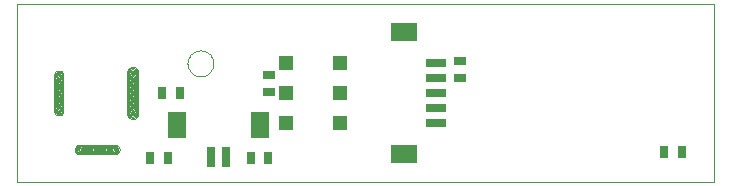
<source format=gtp>
G75*
%MOIN*%
%OFA0B0*%
%FSLAX24Y24*%
%IPPOS*%
%LPD*%
%AMOC8*
5,1,8,0,0,1.08239X$1,22.5*
%
%ADD10C,0.0000*%
%ADD11R,0.0866X0.0630*%
%ADD12R,0.0709X0.0276*%
%ADD13R,0.0315X0.0394*%
%ADD14R,0.0394X0.0315*%
%ADD15R,0.0630X0.0866*%
%ADD16R,0.0276X0.0709*%
%ADD17R,0.0512X0.0472*%
D10*
X001700Y000179D02*
X001700Y006084D01*
X024928Y006084D01*
X024928Y000179D01*
X001700Y000179D01*
X003610Y001242D02*
X003612Y001267D01*
X003618Y001291D01*
X003627Y001313D01*
X003640Y001334D01*
X003656Y001353D01*
X003675Y001369D01*
X003696Y001382D01*
X003718Y001391D01*
X003742Y001397D01*
X003767Y001399D01*
X003792Y001397D01*
X003816Y001391D01*
X003838Y001382D01*
X003859Y001369D01*
X003878Y001353D01*
X003894Y001334D01*
X003907Y001313D01*
X003916Y001291D01*
X003922Y001267D01*
X003924Y001242D01*
X003922Y001217D01*
X003916Y001193D01*
X003907Y001171D01*
X003894Y001150D01*
X003878Y001131D01*
X003859Y001115D01*
X003838Y001102D01*
X003816Y001093D01*
X003792Y001087D01*
X003767Y001085D01*
X003742Y001087D01*
X003718Y001093D01*
X003696Y001102D01*
X003675Y001115D01*
X003656Y001131D01*
X003640Y001150D01*
X003627Y001171D01*
X003618Y001193D01*
X003612Y001217D01*
X003610Y001242D01*
X003649Y001242D02*
X003651Y001267D01*
X003657Y001291D01*
X003666Y001313D01*
X003679Y001334D01*
X003695Y001353D01*
X003714Y001369D01*
X003735Y001382D01*
X003757Y001391D01*
X003781Y001397D01*
X003806Y001399D01*
X003831Y001397D01*
X003855Y001391D01*
X003877Y001382D01*
X003898Y001369D01*
X003917Y001353D01*
X003933Y001334D01*
X003946Y001313D01*
X003955Y001291D01*
X003961Y001267D01*
X003963Y001242D01*
X003961Y001217D01*
X003955Y001193D01*
X003946Y001171D01*
X003933Y001150D01*
X003917Y001131D01*
X003898Y001115D01*
X003877Y001102D01*
X003855Y001093D01*
X003831Y001087D01*
X003806Y001085D01*
X003781Y001087D01*
X003757Y001093D01*
X003735Y001102D01*
X003714Y001115D01*
X003695Y001131D01*
X003679Y001150D01*
X003666Y001171D01*
X003657Y001193D01*
X003651Y001217D01*
X003649Y001242D01*
X003688Y001242D02*
X003690Y001267D01*
X003696Y001291D01*
X003705Y001313D01*
X003718Y001334D01*
X003734Y001353D01*
X003753Y001369D01*
X003774Y001382D01*
X003796Y001391D01*
X003820Y001397D01*
X003845Y001399D01*
X003870Y001397D01*
X003894Y001391D01*
X003916Y001382D01*
X003937Y001369D01*
X003956Y001353D01*
X003972Y001334D01*
X003985Y001313D01*
X003994Y001291D01*
X004000Y001267D01*
X004002Y001242D01*
X004000Y001217D01*
X003994Y001193D01*
X003985Y001171D01*
X003972Y001150D01*
X003956Y001131D01*
X003937Y001115D01*
X003916Y001102D01*
X003894Y001093D01*
X003870Y001087D01*
X003845Y001085D01*
X003820Y001087D01*
X003796Y001093D01*
X003774Y001102D01*
X003753Y001115D01*
X003734Y001131D01*
X003718Y001150D01*
X003705Y001171D01*
X003696Y001193D01*
X003690Y001217D01*
X003688Y001242D01*
X003728Y001242D02*
X003730Y001267D01*
X003736Y001291D01*
X003745Y001313D01*
X003758Y001334D01*
X003774Y001353D01*
X003793Y001369D01*
X003814Y001382D01*
X003836Y001391D01*
X003860Y001397D01*
X003885Y001399D01*
X003910Y001397D01*
X003934Y001391D01*
X003956Y001382D01*
X003977Y001369D01*
X003996Y001353D01*
X004012Y001334D01*
X004025Y001313D01*
X004034Y001291D01*
X004040Y001267D01*
X004042Y001242D01*
X004040Y001217D01*
X004034Y001193D01*
X004025Y001171D01*
X004012Y001150D01*
X003996Y001131D01*
X003977Y001115D01*
X003956Y001102D01*
X003934Y001093D01*
X003910Y001087D01*
X003885Y001085D01*
X003860Y001087D01*
X003836Y001093D01*
X003814Y001102D01*
X003793Y001115D01*
X003774Y001131D01*
X003758Y001150D01*
X003745Y001171D01*
X003736Y001193D01*
X003730Y001217D01*
X003728Y001242D01*
X003767Y001242D02*
X003769Y001267D01*
X003775Y001291D01*
X003784Y001313D01*
X003797Y001334D01*
X003813Y001353D01*
X003832Y001369D01*
X003853Y001382D01*
X003875Y001391D01*
X003899Y001397D01*
X003924Y001399D01*
X003949Y001397D01*
X003973Y001391D01*
X003995Y001382D01*
X004016Y001369D01*
X004035Y001353D01*
X004051Y001334D01*
X004064Y001313D01*
X004073Y001291D01*
X004079Y001267D01*
X004081Y001242D01*
X004079Y001217D01*
X004073Y001193D01*
X004064Y001171D01*
X004051Y001150D01*
X004035Y001131D01*
X004016Y001115D01*
X003995Y001102D01*
X003973Y001093D01*
X003949Y001087D01*
X003924Y001085D01*
X003899Y001087D01*
X003875Y001093D01*
X003853Y001102D01*
X003832Y001115D01*
X003813Y001131D01*
X003797Y001150D01*
X003784Y001171D01*
X003775Y001193D01*
X003769Y001217D01*
X003767Y001242D01*
X003807Y001242D02*
X003809Y001267D01*
X003815Y001291D01*
X003824Y001313D01*
X003837Y001334D01*
X003853Y001353D01*
X003872Y001369D01*
X003893Y001382D01*
X003915Y001391D01*
X003939Y001397D01*
X003964Y001399D01*
X003989Y001397D01*
X004013Y001391D01*
X004035Y001382D01*
X004056Y001369D01*
X004075Y001353D01*
X004091Y001334D01*
X004104Y001313D01*
X004113Y001291D01*
X004119Y001267D01*
X004121Y001242D01*
X004119Y001217D01*
X004113Y001193D01*
X004104Y001171D01*
X004091Y001150D01*
X004075Y001131D01*
X004056Y001115D01*
X004035Y001102D01*
X004013Y001093D01*
X003989Y001087D01*
X003964Y001085D01*
X003939Y001087D01*
X003915Y001093D01*
X003893Y001102D01*
X003872Y001115D01*
X003853Y001131D01*
X003837Y001150D01*
X003824Y001171D01*
X003815Y001193D01*
X003809Y001217D01*
X003807Y001242D01*
X003846Y001242D02*
X003848Y001267D01*
X003854Y001291D01*
X003863Y001313D01*
X003876Y001334D01*
X003892Y001353D01*
X003911Y001369D01*
X003932Y001382D01*
X003954Y001391D01*
X003978Y001397D01*
X004003Y001399D01*
X004028Y001397D01*
X004052Y001391D01*
X004074Y001382D01*
X004095Y001369D01*
X004114Y001353D01*
X004130Y001334D01*
X004143Y001313D01*
X004152Y001291D01*
X004158Y001267D01*
X004160Y001242D01*
X004158Y001217D01*
X004152Y001193D01*
X004143Y001171D01*
X004130Y001150D01*
X004114Y001131D01*
X004095Y001115D01*
X004074Y001102D01*
X004052Y001093D01*
X004028Y001087D01*
X004003Y001085D01*
X003978Y001087D01*
X003954Y001093D01*
X003932Y001102D01*
X003911Y001115D01*
X003892Y001131D01*
X003876Y001150D01*
X003863Y001171D01*
X003854Y001193D01*
X003848Y001217D01*
X003846Y001242D01*
X003885Y001242D02*
X003887Y001267D01*
X003893Y001291D01*
X003902Y001313D01*
X003915Y001334D01*
X003931Y001353D01*
X003950Y001369D01*
X003971Y001382D01*
X003993Y001391D01*
X004017Y001397D01*
X004042Y001399D01*
X004067Y001397D01*
X004091Y001391D01*
X004113Y001382D01*
X004134Y001369D01*
X004153Y001353D01*
X004169Y001334D01*
X004182Y001313D01*
X004191Y001291D01*
X004197Y001267D01*
X004199Y001242D01*
X004197Y001217D01*
X004191Y001193D01*
X004182Y001171D01*
X004169Y001150D01*
X004153Y001131D01*
X004134Y001115D01*
X004113Y001102D01*
X004091Y001093D01*
X004067Y001087D01*
X004042Y001085D01*
X004017Y001087D01*
X003993Y001093D01*
X003971Y001102D01*
X003950Y001115D01*
X003931Y001131D01*
X003915Y001150D01*
X003902Y001171D01*
X003893Y001193D01*
X003887Y001217D01*
X003885Y001242D01*
X003925Y001242D02*
X003927Y001267D01*
X003933Y001291D01*
X003942Y001313D01*
X003955Y001334D01*
X003971Y001353D01*
X003990Y001369D01*
X004011Y001382D01*
X004033Y001391D01*
X004057Y001397D01*
X004082Y001399D01*
X004107Y001397D01*
X004131Y001391D01*
X004153Y001382D01*
X004174Y001369D01*
X004193Y001353D01*
X004209Y001334D01*
X004222Y001313D01*
X004231Y001291D01*
X004237Y001267D01*
X004239Y001242D01*
X004237Y001217D01*
X004231Y001193D01*
X004222Y001171D01*
X004209Y001150D01*
X004193Y001131D01*
X004174Y001115D01*
X004153Y001102D01*
X004131Y001093D01*
X004107Y001087D01*
X004082Y001085D01*
X004057Y001087D01*
X004033Y001093D01*
X004011Y001102D01*
X003990Y001115D01*
X003971Y001131D01*
X003955Y001150D01*
X003942Y001171D01*
X003933Y001193D01*
X003927Y001217D01*
X003925Y001242D01*
X003964Y001242D02*
X003966Y001267D01*
X003972Y001291D01*
X003981Y001313D01*
X003994Y001334D01*
X004010Y001353D01*
X004029Y001369D01*
X004050Y001382D01*
X004072Y001391D01*
X004096Y001397D01*
X004121Y001399D01*
X004146Y001397D01*
X004170Y001391D01*
X004192Y001382D01*
X004213Y001369D01*
X004232Y001353D01*
X004248Y001334D01*
X004261Y001313D01*
X004270Y001291D01*
X004276Y001267D01*
X004278Y001242D01*
X004276Y001217D01*
X004270Y001193D01*
X004261Y001171D01*
X004248Y001150D01*
X004232Y001131D01*
X004213Y001115D01*
X004192Y001102D01*
X004170Y001093D01*
X004146Y001087D01*
X004121Y001085D01*
X004096Y001087D01*
X004072Y001093D01*
X004050Y001102D01*
X004029Y001115D01*
X004010Y001131D01*
X003994Y001150D01*
X003981Y001171D01*
X003972Y001193D01*
X003966Y001217D01*
X003964Y001242D01*
X004003Y001242D02*
X004005Y001267D01*
X004011Y001291D01*
X004020Y001313D01*
X004033Y001334D01*
X004049Y001353D01*
X004068Y001369D01*
X004089Y001382D01*
X004111Y001391D01*
X004135Y001397D01*
X004160Y001399D01*
X004185Y001397D01*
X004209Y001391D01*
X004231Y001382D01*
X004252Y001369D01*
X004271Y001353D01*
X004287Y001334D01*
X004300Y001313D01*
X004309Y001291D01*
X004315Y001267D01*
X004317Y001242D01*
X004315Y001217D01*
X004309Y001193D01*
X004300Y001171D01*
X004287Y001150D01*
X004271Y001131D01*
X004252Y001115D01*
X004231Y001102D01*
X004209Y001093D01*
X004185Y001087D01*
X004160Y001085D01*
X004135Y001087D01*
X004111Y001093D01*
X004089Y001102D01*
X004068Y001115D01*
X004049Y001131D01*
X004033Y001150D01*
X004020Y001171D01*
X004011Y001193D01*
X004005Y001217D01*
X004003Y001242D01*
X004043Y001242D02*
X004045Y001267D01*
X004051Y001291D01*
X004060Y001313D01*
X004073Y001334D01*
X004089Y001353D01*
X004108Y001369D01*
X004129Y001382D01*
X004151Y001391D01*
X004175Y001397D01*
X004200Y001399D01*
X004225Y001397D01*
X004249Y001391D01*
X004271Y001382D01*
X004292Y001369D01*
X004311Y001353D01*
X004327Y001334D01*
X004340Y001313D01*
X004349Y001291D01*
X004355Y001267D01*
X004357Y001242D01*
X004355Y001217D01*
X004349Y001193D01*
X004340Y001171D01*
X004327Y001150D01*
X004311Y001131D01*
X004292Y001115D01*
X004271Y001102D01*
X004249Y001093D01*
X004225Y001087D01*
X004200Y001085D01*
X004175Y001087D01*
X004151Y001093D01*
X004129Y001102D01*
X004108Y001115D01*
X004089Y001131D01*
X004073Y001150D01*
X004060Y001171D01*
X004051Y001193D01*
X004045Y001217D01*
X004043Y001242D01*
X004082Y001242D02*
X004084Y001267D01*
X004090Y001291D01*
X004099Y001313D01*
X004112Y001334D01*
X004128Y001353D01*
X004147Y001369D01*
X004168Y001382D01*
X004190Y001391D01*
X004214Y001397D01*
X004239Y001399D01*
X004264Y001397D01*
X004288Y001391D01*
X004310Y001382D01*
X004331Y001369D01*
X004350Y001353D01*
X004366Y001334D01*
X004379Y001313D01*
X004388Y001291D01*
X004394Y001267D01*
X004396Y001242D01*
X004394Y001217D01*
X004388Y001193D01*
X004379Y001171D01*
X004366Y001150D01*
X004350Y001131D01*
X004331Y001115D01*
X004310Y001102D01*
X004288Y001093D01*
X004264Y001087D01*
X004239Y001085D01*
X004214Y001087D01*
X004190Y001093D01*
X004168Y001102D01*
X004147Y001115D01*
X004128Y001131D01*
X004112Y001150D01*
X004099Y001171D01*
X004090Y001193D01*
X004084Y001217D01*
X004082Y001242D01*
X004122Y001242D02*
X004124Y001267D01*
X004130Y001291D01*
X004139Y001313D01*
X004152Y001334D01*
X004168Y001353D01*
X004187Y001369D01*
X004208Y001382D01*
X004230Y001391D01*
X004254Y001397D01*
X004279Y001399D01*
X004304Y001397D01*
X004328Y001391D01*
X004350Y001382D01*
X004371Y001369D01*
X004390Y001353D01*
X004406Y001334D01*
X004419Y001313D01*
X004428Y001291D01*
X004434Y001267D01*
X004436Y001242D01*
X004434Y001217D01*
X004428Y001193D01*
X004419Y001171D01*
X004406Y001150D01*
X004390Y001131D01*
X004371Y001115D01*
X004350Y001102D01*
X004328Y001093D01*
X004304Y001087D01*
X004279Y001085D01*
X004254Y001087D01*
X004230Y001093D01*
X004208Y001102D01*
X004187Y001115D01*
X004168Y001131D01*
X004152Y001150D01*
X004139Y001171D01*
X004130Y001193D01*
X004124Y001217D01*
X004122Y001242D01*
X004161Y001242D02*
X004163Y001267D01*
X004169Y001291D01*
X004178Y001313D01*
X004191Y001334D01*
X004207Y001353D01*
X004226Y001369D01*
X004247Y001382D01*
X004269Y001391D01*
X004293Y001397D01*
X004318Y001399D01*
X004343Y001397D01*
X004367Y001391D01*
X004389Y001382D01*
X004410Y001369D01*
X004429Y001353D01*
X004445Y001334D01*
X004458Y001313D01*
X004467Y001291D01*
X004473Y001267D01*
X004475Y001242D01*
X004473Y001217D01*
X004467Y001193D01*
X004458Y001171D01*
X004445Y001150D01*
X004429Y001131D01*
X004410Y001115D01*
X004389Y001102D01*
X004367Y001093D01*
X004343Y001087D01*
X004318Y001085D01*
X004293Y001087D01*
X004269Y001093D01*
X004247Y001102D01*
X004226Y001115D01*
X004207Y001131D01*
X004191Y001150D01*
X004178Y001171D01*
X004169Y001193D01*
X004163Y001217D01*
X004161Y001242D01*
X004200Y001242D02*
X004202Y001267D01*
X004208Y001291D01*
X004217Y001313D01*
X004230Y001334D01*
X004246Y001353D01*
X004265Y001369D01*
X004286Y001382D01*
X004308Y001391D01*
X004332Y001397D01*
X004357Y001399D01*
X004382Y001397D01*
X004406Y001391D01*
X004428Y001382D01*
X004449Y001369D01*
X004468Y001353D01*
X004484Y001334D01*
X004497Y001313D01*
X004506Y001291D01*
X004512Y001267D01*
X004514Y001242D01*
X004512Y001217D01*
X004506Y001193D01*
X004497Y001171D01*
X004484Y001150D01*
X004468Y001131D01*
X004449Y001115D01*
X004428Y001102D01*
X004406Y001093D01*
X004382Y001087D01*
X004357Y001085D01*
X004332Y001087D01*
X004308Y001093D01*
X004286Y001102D01*
X004265Y001115D01*
X004246Y001131D01*
X004230Y001150D01*
X004217Y001171D01*
X004208Y001193D01*
X004202Y001217D01*
X004200Y001242D01*
X004240Y001242D02*
X004242Y001267D01*
X004248Y001291D01*
X004257Y001313D01*
X004270Y001334D01*
X004286Y001353D01*
X004305Y001369D01*
X004326Y001382D01*
X004348Y001391D01*
X004372Y001397D01*
X004397Y001399D01*
X004422Y001397D01*
X004446Y001391D01*
X004468Y001382D01*
X004489Y001369D01*
X004508Y001353D01*
X004524Y001334D01*
X004537Y001313D01*
X004546Y001291D01*
X004552Y001267D01*
X004554Y001242D01*
X004552Y001217D01*
X004546Y001193D01*
X004537Y001171D01*
X004524Y001150D01*
X004508Y001131D01*
X004489Y001115D01*
X004468Y001102D01*
X004446Y001093D01*
X004422Y001087D01*
X004397Y001085D01*
X004372Y001087D01*
X004348Y001093D01*
X004326Y001102D01*
X004305Y001115D01*
X004286Y001131D01*
X004270Y001150D01*
X004257Y001171D01*
X004248Y001193D01*
X004242Y001217D01*
X004240Y001242D01*
X004279Y001242D02*
X004281Y001267D01*
X004287Y001291D01*
X004296Y001313D01*
X004309Y001334D01*
X004325Y001353D01*
X004344Y001369D01*
X004365Y001382D01*
X004387Y001391D01*
X004411Y001397D01*
X004436Y001399D01*
X004461Y001397D01*
X004485Y001391D01*
X004507Y001382D01*
X004528Y001369D01*
X004547Y001353D01*
X004563Y001334D01*
X004576Y001313D01*
X004585Y001291D01*
X004591Y001267D01*
X004593Y001242D01*
X004591Y001217D01*
X004585Y001193D01*
X004576Y001171D01*
X004563Y001150D01*
X004547Y001131D01*
X004528Y001115D01*
X004507Y001102D01*
X004485Y001093D01*
X004461Y001087D01*
X004436Y001085D01*
X004411Y001087D01*
X004387Y001093D01*
X004365Y001102D01*
X004344Y001115D01*
X004325Y001131D01*
X004309Y001150D01*
X004296Y001171D01*
X004287Y001193D01*
X004281Y001217D01*
X004279Y001242D01*
X004318Y001242D02*
X004320Y001267D01*
X004326Y001291D01*
X004335Y001313D01*
X004348Y001334D01*
X004364Y001353D01*
X004383Y001369D01*
X004404Y001382D01*
X004426Y001391D01*
X004450Y001397D01*
X004475Y001399D01*
X004500Y001397D01*
X004524Y001391D01*
X004546Y001382D01*
X004567Y001369D01*
X004586Y001353D01*
X004602Y001334D01*
X004615Y001313D01*
X004624Y001291D01*
X004630Y001267D01*
X004632Y001242D01*
X004630Y001217D01*
X004624Y001193D01*
X004615Y001171D01*
X004602Y001150D01*
X004586Y001131D01*
X004567Y001115D01*
X004546Y001102D01*
X004524Y001093D01*
X004500Y001087D01*
X004475Y001085D01*
X004450Y001087D01*
X004426Y001093D01*
X004404Y001102D01*
X004383Y001115D01*
X004364Y001131D01*
X004348Y001150D01*
X004335Y001171D01*
X004326Y001193D01*
X004320Y001217D01*
X004318Y001242D01*
X004358Y001242D02*
X004360Y001267D01*
X004366Y001291D01*
X004375Y001313D01*
X004388Y001334D01*
X004404Y001353D01*
X004423Y001369D01*
X004444Y001382D01*
X004466Y001391D01*
X004490Y001397D01*
X004515Y001399D01*
X004540Y001397D01*
X004564Y001391D01*
X004586Y001382D01*
X004607Y001369D01*
X004626Y001353D01*
X004642Y001334D01*
X004655Y001313D01*
X004664Y001291D01*
X004670Y001267D01*
X004672Y001242D01*
X004670Y001217D01*
X004664Y001193D01*
X004655Y001171D01*
X004642Y001150D01*
X004626Y001131D01*
X004607Y001115D01*
X004586Y001102D01*
X004564Y001093D01*
X004540Y001087D01*
X004515Y001085D01*
X004490Y001087D01*
X004466Y001093D01*
X004444Y001102D01*
X004423Y001115D01*
X004404Y001131D01*
X004388Y001150D01*
X004375Y001171D01*
X004366Y001193D01*
X004360Y001217D01*
X004358Y001242D01*
X004397Y001242D02*
X004399Y001267D01*
X004405Y001291D01*
X004414Y001313D01*
X004427Y001334D01*
X004443Y001353D01*
X004462Y001369D01*
X004483Y001382D01*
X004505Y001391D01*
X004529Y001397D01*
X004554Y001399D01*
X004579Y001397D01*
X004603Y001391D01*
X004625Y001382D01*
X004646Y001369D01*
X004665Y001353D01*
X004681Y001334D01*
X004694Y001313D01*
X004703Y001291D01*
X004709Y001267D01*
X004711Y001242D01*
X004709Y001217D01*
X004703Y001193D01*
X004694Y001171D01*
X004681Y001150D01*
X004665Y001131D01*
X004646Y001115D01*
X004625Y001102D01*
X004603Y001093D01*
X004579Y001087D01*
X004554Y001085D01*
X004529Y001087D01*
X004505Y001093D01*
X004483Y001102D01*
X004462Y001115D01*
X004443Y001131D01*
X004427Y001150D01*
X004414Y001171D01*
X004405Y001193D01*
X004399Y001217D01*
X004397Y001242D01*
X004437Y001242D02*
X004439Y001267D01*
X004445Y001291D01*
X004454Y001313D01*
X004467Y001334D01*
X004483Y001353D01*
X004502Y001369D01*
X004523Y001382D01*
X004545Y001391D01*
X004569Y001397D01*
X004594Y001399D01*
X004619Y001397D01*
X004643Y001391D01*
X004665Y001382D01*
X004686Y001369D01*
X004705Y001353D01*
X004721Y001334D01*
X004734Y001313D01*
X004743Y001291D01*
X004749Y001267D01*
X004751Y001242D01*
X004749Y001217D01*
X004743Y001193D01*
X004734Y001171D01*
X004721Y001150D01*
X004705Y001131D01*
X004686Y001115D01*
X004665Y001102D01*
X004643Y001093D01*
X004619Y001087D01*
X004594Y001085D01*
X004569Y001087D01*
X004545Y001093D01*
X004523Y001102D01*
X004502Y001115D01*
X004483Y001131D01*
X004467Y001150D01*
X004454Y001171D01*
X004445Y001193D01*
X004439Y001217D01*
X004437Y001242D01*
X004476Y001242D02*
X004478Y001267D01*
X004484Y001291D01*
X004493Y001313D01*
X004506Y001334D01*
X004522Y001353D01*
X004541Y001369D01*
X004562Y001382D01*
X004584Y001391D01*
X004608Y001397D01*
X004633Y001399D01*
X004658Y001397D01*
X004682Y001391D01*
X004704Y001382D01*
X004725Y001369D01*
X004744Y001353D01*
X004760Y001334D01*
X004773Y001313D01*
X004782Y001291D01*
X004788Y001267D01*
X004790Y001242D01*
X004788Y001217D01*
X004782Y001193D01*
X004773Y001171D01*
X004760Y001150D01*
X004744Y001131D01*
X004725Y001115D01*
X004704Y001102D01*
X004682Y001093D01*
X004658Y001087D01*
X004633Y001085D01*
X004608Y001087D01*
X004584Y001093D01*
X004562Y001102D01*
X004541Y001115D01*
X004522Y001131D01*
X004506Y001150D01*
X004493Y001171D01*
X004484Y001193D01*
X004478Y001217D01*
X004476Y001242D01*
X004515Y001242D02*
X004517Y001267D01*
X004523Y001291D01*
X004532Y001313D01*
X004545Y001334D01*
X004561Y001353D01*
X004580Y001369D01*
X004601Y001382D01*
X004623Y001391D01*
X004647Y001397D01*
X004672Y001399D01*
X004697Y001397D01*
X004721Y001391D01*
X004743Y001382D01*
X004764Y001369D01*
X004783Y001353D01*
X004799Y001334D01*
X004812Y001313D01*
X004821Y001291D01*
X004827Y001267D01*
X004829Y001242D01*
X004827Y001217D01*
X004821Y001193D01*
X004812Y001171D01*
X004799Y001150D01*
X004783Y001131D01*
X004764Y001115D01*
X004743Y001102D01*
X004721Y001093D01*
X004697Y001087D01*
X004672Y001085D01*
X004647Y001087D01*
X004623Y001093D01*
X004601Y001102D01*
X004580Y001115D01*
X004561Y001131D01*
X004545Y001150D01*
X004532Y001171D01*
X004523Y001193D01*
X004517Y001217D01*
X004515Y001242D01*
X004555Y001242D02*
X004557Y001267D01*
X004563Y001291D01*
X004572Y001313D01*
X004585Y001334D01*
X004601Y001353D01*
X004620Y001369D01*
X004641Y001382D01*
X004663Y001391D01*
X004687Y001397D01*
X004712Y001399D01*
X004737Y001397D01*
X004761Y001391D01*
X004783Y001382D01*
X004804Y001369D01*
X004823Y001353D01*
X004839Y001334D01*
X004852Y001313D01*
X004861Y001291D01*
X004867Y001267D01*
X004869Y001242D01*
X004867Y001217D01*
X004861Y001193D01*
X004852Y001171D01*
X004839Y001150D01*
X004823Y001131D01*
X004804Y001115D01*
X004783Y001102D01*
X004761Y001093D01*
X004737Y001087D01*
X004712Y001085D01*
X004687Y001087D01*
X004663Y001093D01*
X004641Y001102D01*
X004620Y001115D01*
X004601Y001131D01*
X004585Y001150D01*
X004572Y001171D01*
X004563Y001193D01*
X004557Y001217D01*
X004555Y001242D01*
X004594Y001242D02*
X004596Y001267D01*
X004602Y001291D01*
X004611Y001313D01*
X004624Y001334D01*
X004640Y001353D01*
X004659Y001369D01*
X004680Y001382D01*
X004702Y001391D01*
X004726Y001397D01*
X004751Y001399D01*
X004776Y001397D01*
X004800Y001391D01*
X004822Y001382D01*
X004843Y001369D01*
X004862Y001353D01*
X004878Y001334D01*
X004891Y001313D01*
X004900Y001291D01*
X004906Y001267D01*
X004908Y001242D01*
X004906Y001217D01*
X004900Y001193D01*
X004891Y001171D01*
X004878Y001150D01*
X004862Y001131D01*
X004843Y001115D01*
X004822Y001102D01*
X004800Y001093D01*
X004776Y001087D01*
X004751Y001085D01*
X004726Y001087D01*
X004702Y001093D01*
X004680Y001102D01*
X004659Y001115D01*
X004640Y001131D01*
X004624Y001150D01*
X004611Y001171D01*
X004602Y001193D01*
X004596Y001217D01*
X004594Y001242D01*
X004633Y001242D02*
X004635Y001267D01*
X004641Y001291D01*
X004650Y001313D01*
X004663Y001334D01*
X004679Y001353D01*
X004698Y001369D01*
X004719Y001382D01*
X004741Y001391D01*
X004765Y001397D01*
X004790Y001399D01*
X004815Y001397D01*
X004839Y001391D01*
X004861Y001382D01*
X004882Y001369D01*
X004901Y001353D01*
X004917Y001334D01*
X004930Y001313D01*
X004939Y001291D01*
X004945Y001267D01*
X004947Y001242D01*
X004945Y001217D01*
X004939Y001193D01*
X004930Y001171D01*
X004917Y001150D01*
X004901Y001131D01*
X004882Y001115D01*
X004861Y001102D01*
X004839Y001093D01*
X004815Y001087D01*
X004790Y001085D01*
X004765Y001087D01*
X004741Y001093D01*
X004719Y001102D01*
X004698Y001115D01*
X004679Y001131D01*
X004663Y001150D01*
X004650Y001171D01*
X004641Y001193D01*
X004635Y001217D01*
X004633Y001242D01*
X004673Y001242D02*
X004675Y001267D01*
X004681Y001291D01*
X004690Y001313D01*
X004703Y001334D01*
X004719Y001353D01*
X004738Y001369D01*
X004759Y001382D01*
X004781Y001391D01*
X004805Y001397D01*
X004830Y001399D01*
X004855Y001397D01*
X004879Y001391D01*
X004901Y001382D01*
X004922Y001369D01*
X004941Y001353D01*
X004957Y001334D01*
X004970Y001313D01*
X004979Y001291D01*
X004985Y001267D01*
X004987Y001242D01*
X004985Y001217D01*
X004979Y001193D01*
X004970Y001171D01*
X004957Y001150D01*
X004941Y001131D01*
X004922Y001115D01*
X004901Y001102D01*
X004879Y001093D01*
X004855Y001087D01*
X004830Y001085D01*
X004805Y001087D01*
X004781Y001093D01*
X004759Y001102D01*
X004738Y001115D01*
X004719Y001131D01*
X004703Y001150D01*
X004690Y001171D01*
X004681Y001193D01*
X004675Y001217D01*
X004673Y001242D01*
X004712Y001242D02*
X004714Y001267D01*
X004720Y001291D01*
X004729Y001313D01*
X004742Y001334D01*
X004758Y001353D01*
X004777Y001369D01*
X004798Y001382D01*
X004820Y001391D01*
X004844Y001397D01*
X004869Y001399D01*
X004894Y001397D01*
X004918Y001391D01*
X004940Y001382D01*
X004961Y001369D01*
X004980Y001353D01*
X004996Y001334D01*
X005009Y001313D01*
X005018Y001291D01*
X005024Y001267D01*
X005026Y001242D01*
X005024Y001217D01*
X005018Y001193D01*
X005009Y001171D01*
X004996Y001150D01*
X004980Y001131D01*
X004961Y001115D01*
X004940Y001102D01*
X004918Y001093D01*
X004894Y001087D01*
X004869Y001085D01*
X004844Y001087D01*
X004820Y001093D01*
X004798Y001102D01*
X004777Y001115D01*
X004758Y001131D01*
X004742Y001150D01*
X004729Y001171D01*
X004720Y001193D01*
X004714Y001217D01*
X004712Y001242D01*
X004751Y001242D02*
X004753Y001267D01*
X004759Y001291D01*
X004768Y001313D01*
X004781Y001334D01*
X004797Y001353D01*
X004816Y001369D01*
X004837Y001382D01*
X004859Y001391D01*
X004883Y001397D01*
X004908Y001399D01*
X004933Y001397D01*
X004957Y001391D01*
X004979Y001382D01*
X005000Y001369D01*
X005019Y001353D01*
X005035Y001334D01*
X005048Y001313D01*
X005057Y001291D01*
X005063Y001267D01*
X005065Y001242D01*
X005063Y001217D01*
X005057Y001193D01*
X005048Y001171D01*
X005035Y001150D01*
X005019Y001131D01*
X005000Y001115D01*
X004979Y001102D01*
X004957Y001093D01*
X004933Y001087D01*
X004908Y001085D01*
X004883Y001087D01*
X004859Y001093D01*
X004837Y001102D01*
X004816Y001115D01*
X004797Y001131D01*
X004781Y001150D01*
X004768Y001171D01*
X004759Y001193D01*
X004753Y001217D01*
X004751Y001242D01*
X004791Y001242D02*
X004793Y001267D01*
X004799Y001291D01*
X004808Y001313D01*
X004821Y001334D01*
X004837Y001353D01*
X004856Y001369D01*
X004877Y001382D01*
X004899Y001391D01*
X004923Y001397D01*
X004948Y001399D01*
X004973Y001397D01*
X004997Y001391D01*
X005019Y001382D01*
X005040Y001369D01*
X005059Y001353D01*
X005075Y001334D01*
X005088Y001313D01*
X005097Y001291D01*
X005103Y001267D01*
X005105Y001242D01*
X005103Y001217D01*
X005097Y001193D01*
X005088Y001171D01*
X005075Y001150D01*
X005059Y001131D01*
X005040Y001115D01*
X005019Y001102D01*
X004997Y001093D01*
X004973Y001087D01*
X004948Y001085D01*
X004923Y001087D01*
X004899Y001093D01*
X004877Y001102D01*
X004856Y001115D01*
X004837Y001131D01*
X004821Y001150D01*
X004808Y001171D01*
X004799Y001193D01*
X004793Y001217D01*
X004791Y001242D01*
X005341Y002462D02*
X005343Y002489D01*
X005349Y002516D01*
X005358Y002542D01*
X005371Y002566D01*
X005387Y002589D01*
X005406Y002608D01*
X005428Y002625D01*
X005452Y002639D01*
X005477Y002649D01*
X005504Y002656D01*
X005531Y002659D01*
X005559Y002658D01*
X005586Y002653D01*
X005612Y002645D01*
X005636Y002633D01*
X005659Y002617D01*
X005680Y002599D01*
X005697Y002578D01*
X005712Y002554D01*
X005723Y002529D01*
X005731Y002503D01*
X005735Y002476D01*
X005735Y002448D01*
X005731Y002421D01*
X005723Y002395D01*
X005712Y002370D01*
X005697Y002346D01*
X005680Y002325D01*
X005659Y002307D01*
X005637Y002291D01*
X005612Y002279D01*
X005586Y002271D01*
X005559Y002266D01*
X005531Y002265D01*
X005504Y002268D01*
X005477Y002275D01*
X005452Y002285D01*
X005428Y002299D01*
X005406Y002316D01*
X005387Y002335D01*
X005371Y002358D01*
X005358Y002382D01*
X005349Y002408D01*
X005343Y002435D01*
X005341Y002462D01*
X005341Y002502D02*
X005343Y002529D01*
X005349Y002556D01*
X005358Y002582D01*
X005371Y002606D01*
X005387Y002629D01*
X005406Y002648D01*
X005428Y002665D01*
X005452Y002679D01*
X005477Y002689D01*
X005504Y002696D01*
X005531Y002699D01*
X005559Y002698D01*
X005586Y002693D01*
X005612Y002685D01*
X005636Y002673D01*
X005659Y002657D01*
X005680Y002639D01*
X005697Y002618D01*
X005712Y002594D01*
X005723Y002569D01*
X005731Y002543D01*
X005735Y002516D01*
X005735Y002488D01*
X005731Y002461D01*
X005723Y002435D01*
X005712Y002410D01*
X005697Y002386D01*
X005680Y002365D01*
X005659Y002347D01*
X005637Y002331D01*
X005612Y002319D01*
X005586Y002311D01*
X005559Y002306D01*
X005531Y002305D01*
X005504Y002308D01*
X005477Y002315D01*
X005452Y002325D01*
X005428Y002339D01*
X005406Y002356D01*
X005387Y002375D01*
X005371Y002398D01*
X005358Y002422D01*
X005349Y002448D01*
X005343Y002475D01*
X005341Y002502D01*
X005341Y002541D02*
X005343Y002568D01*
X005349Y002595D01*
X005358Y002621D01*
X005371Y002645D01*
X005387Y002668D01*
X005406Y002687D01*
X005428Y002704D01*
X005452Y002718D01*
X005477Y002728D01*
X005504Y002735D01*
X005531Y002738D01*
X005559Y002737D01*
X005586Y002732D01*
X005612Y002724D01*
X005636Y002712D01*
X005659Y002696D01*
X005680Y002678D01*
X005697Y002657D01*
X005712Y002633D01*
X005723Y002608D01*
X005731Y002582D01*
X005735Y002555D01*
X005735Y002527D01*
X005731Y002500D01*
X005723Y002474D01*
X005712Y002449D01*
X005697Y002425D01*
X005680Y002404D01*
X005659Y002386D01*
X005637Y002370D01*
X005612Y002358D01*
X005586Y002350D01*
X005559Y002345D01*
X005531Y002344D01*
X005504Y002347D01*
X005477Y002354D01*
X005452Y002364D01*
X005428Y002378D01*
X005406Y002395D01*
X005387Y002414D01*
X005371Y002437D01*
X005358Y002461D01*
X005349Y002487D01*
X005343Y002514D01*
X005341Y002541D01*
X005341Y002580D02*
X005343Y002607D01*
X005349Y002634D01*
X005358Y002660D01*
X005371Y002684D01*
X005387Y002707D01*
X005406Y002726D01*
X005428Y002743D01*
X005452Y002757D01*
X005477Y002767D01*
X005504Y002774D01*
X005531Y002777D01*
X005559Y002776D01*
X005586Y002771D01*
X005612Y002763D01*
X005636Y002751D01*
X005659Y002735D01*
X005680Y002717D01*
X005697Y002696D01*
X005712Y002672D01*
X005723Y002647D01*
X005731Y002621D01*
X005735Y002594D01*
X005735Y002566D01*
X005731Y002539D01*
X005723Y002513D01*
X005712Y002488D01*
X005697Y002464D01*
X005680Y002443D01*
X005659Y002425D01*
X005637Y002409D01*
X005612Y002397D01*
X005586Y002389D01*
X005559Y002384D01*
X005531Y002383D01*
X005504Y002386D01*
X005477Y002393D01*
X005452Y002403D01*
X005428Y002417D01*
X005406Y002434D01*
X005387Y002453D01*
X005371Y002476D01*
X005358Y002500D01*
X005349Y002526D01*
X005343Y002553D01*
X005341Y002580D01*
X005341Y002620D02*
X005343Y002647D01*
X005349Y002674D01*
X005358Y002700D01*
X005371Y002724D01*
X005387Y002747D01*
X005406Y002766D01*
X005428Y002783D01*
X005452Y002797D01*
X005477Y002807D01*
X005504Y002814D01*
X005531Y002817D01*
X005559Y002816D01*
X005586Y002811D01*
X005612Y002803D01*
X005636Y002791D01*
X005659Y002775D01*
X005680Y002757D01*
X005697Y002736D01*
X005712Y002712D01*
X005723Y002687D01*
X005731Y002661D01*
X005735Y002634D01*
X005735Y002606D01*
X005731Y002579D01*
X005723Y002553D01*
X005712Y002528D01*
X005697Y002504D01*
X005680Y002483D01*
X005659Y002465D01*
X005637Y002449D01*
X005612Y002437D01*
X005586Y002429D01*
X005559Y002424D01*
X005531Y002423D01*
X005504Y002426D01*
X005477Y002433D01*
X005452Y002443D01*
X005428Y002457D01*
X005406Y002474D01*
X005387Y002493D01*
X005371Y002516D01*
X005358Y002540D01*
X005349Y002566D01*
X005343Y002593D01*
X005341Y002620D01*
X005341Y002659D02*
X005343Y002686D01*
X005349Y002713D01*
X005358Y002739D01*
X005371Y002763D01*
X005387Y002786D01*
X005406Y002805D01*
X005428Y002822D01*
X005452Y002836D01*
X005477Y002846D01*
X005504Y002853D01*
X005531Y002856D01*
X005559Y002855D01*
X005586Y002850D01*
X005612Y002842D01*
X005636Y002830D01*
X005659Y002814D01*
X005680Y002796D01*
X005697Y002775D01*
X005712Y002751D01*
X005723Y002726D01*
X005731Y002700D01*
X005735Y002673D01*
X005735Y002645D01*
X005731Y002618D01*
X005723Y002592D01*
X005712Y002567D01*
X005697Y002543D01*
X005680Y002522D01*
X005659Y002504D01*
X005637Y002488D01*
X005612Y002476D01*
X005586Y002468D01*
X005559Y002463D01*
X005531Y002462D01*
X005504Y002465D01*
X005477Y002472D01*
X005452Y002482D01*
X005428Y002496D01*
X005406Y002513D01*
X005387Y002532D01*
X005371Y002555D01*
X005358Y002579D01*
X005349Y002605D01*
X005343Y002632D01*
X005341Y002659D01*
X005341Y002698D02*
X005343Y002725D01*
X005349Y002752D01*
X005358Y002778D01*
X005371Y002802D01*
X005387Y002825D01*
X005406Y002844D01*
X005428Y002861D01*
X005452Y002875D01*
X005477Y002885D01*
X005504Y002892D01*
X005531Y002895D01*
X005559Y002894D01*
X005586Y002889D01*
X005612Y002881D01*
X005636Y002869D01*
X005659Y002853D01*
X005680Y002835D01*
X005697Y002814D01*
X005712Y002790D01*
X005723Y002765D01*
X005731Y002739D01*
X005735Y002712D01*
X005735Y002684D01*
X005731Y002657D01*
X005723Y002631D01*
X005712Y002606D01*
X005697Y002582D01*
X005680Y002561D01*
X005659Y002543D01*
X005637Y002527D01*
X005612Y002515D01*
X005586Y002507D01*
X005559Y002502D01*
X005531Y002501D01*
X005504Y002504D01*
X005477Y002511D01*
X005452Y002521D01*
X005428Y002535D01*
X005406Y002552D01*
X005387Y002571D01*
X005371Y002594D01*
X005358Y002618D01*
X005349Y002644D01*
X005343Y002671D01*
X005341Y002698D01*
X005341Y002738D02*
X005343Y002765D01*
X005349Y002792D01*
X005358Y002818D01*
X005371Y002842D01*
X005387Y002865D01*
X005406Y002884D01*
X005428Y002901D01*
X005452Y002915D01*
X005477Y002925D01*
X005504Y002932D01*
X005531Y002935D01*
X005559Y002934D01*
X005586Y002929D01*
X005612Y002921D01*
X005636Y002909D01*
X005659Y002893D01*
X005680Y002875D01*
X005697Y002854D01*
X005712Y002830D01*
X005723Y002805D01*
X005731Y002779D01*
X005735Y002752D01*
X005735Y002724D01*
X005731Y002697D01*
X005723Y002671D01*
X005712Y002646D01*
X005697Y002622D01*
X005680Y002601D01*
X005659Y002583D01*
X005637Y002567D01*
X005612Y002555D01*
X005586Y002547D01*
X005559Y002542D01*
X005531Y002541D01*
X005504Y002544D01*
X005477Y002551D01*
X005452Y002561D01*
X005428Y002575D01*
X005406Y002592D01*
X005387Y002611D01*
X005371Y002634D01*
X005358Y002658D01*
X005349Y002684D01*
X005343Y002711D01*
X005341Y002738D01*
X005341Y002777D02*
X005343Y002804D01*
X005349Y002831D01*
X005358Y002857D01*
X005371Y002881D01*
X005387Y002904D01*
X005406Y002923D01*
X005428Y002940D01*
X005452Y002954D01*
X005477Y002964D01*
X005504Y002971D01*
X005531Y002974D01*
X005559Y002973D01*
X005586Y002968D01*
X005612Y002960D01*
X005636Y002948D01*
X005659Y002932D01*
X005680Y002914D01*
X005697Y002893D01*
X005712Y002869D01*
X005723Y002844D01*
X005731Y002818D01*
X005735Y002791D01*
X005735Y002763D01*
X005731Y002736D01*
X005723Y002710D01*
X005712Y002685D01*
X005697Y002661D01*
X005680Y002640D01*
X005659Y002622D01*
X005637Y002606D01*
X005612Y002594D01*
X005586Y002586D01*
X005559Y002581D01*
X005531Y002580D01*
X005504Y002583D01*
X005477Y002590D01*
X005452Y002600D01*
X005428Y002614D01*
X005406Y002631D01*
X005387Y002650D01*
X005371Y002673D01*
X005358Y002697D01*
X005349Y002723D01*
X005343Y002750D01*
X005341Y002777D01*
X005341Y002817D02*
X005343Y002844D01*
X005349Y002871D01*
X005358Y002897D01*
X005371Y002921D01*
X005387Y002944D01*
X005406Y002963D01*
X005428Y002980D01*
X005452Y002994D01*
X005477Y003004D01*
X005504Y003011D01*
X005531Y003014D01*
X005559Y003013D01*
X005586Y003008D01*
X005612Y003000D01*
X005636Y002988D01*
X005659Y002972D01*
X005680Y002954D01*
X005697Y002933D01*
X005712Y002909D01*
X005723Y002884D01*
X005731Y002858D01*
X005735Y002831D01*
X005735Y002803D01*
X005731Y002776D01*
X005723Y002750D01*
X005712Y002725D01*
X005697Y002701D01*
X005680Y002680D01*
X005659Y002662D01*
X005637Y002646D01*
X005612Y002634D01*
X005586Y002626D01*
X005559Y002621D01*
X005531Y002620D01*
X005504Y002623D01*
X005477Y002630D01*
X005452Y002640D01*
X005428Y002654D01*
X005406Y002671D01*
X005387Y002690D01*
X005371Y002713D01*
X005358Y002737D01*
X005349Y002763D01*
X005343Y002790D01*
X005341Y002817D01*
X005341Y002856D02*
X005343Y002883D01*
X005349Y002910D01*
X005358Y002936D01*
X005371Y002960D01*
X005387Y002983D01*
X005406Y003002D01*
X005428Y003019D01*
X005452Y003033D01*
X005477Y003043D01*
X005504Y003050D01*
X005531Y003053D01*
X005559Y003052D01*
X005586Y003047D01*
X005612Y003039D01*
X005636Y003027D01*
X005659Y003011D01*
X005680Y002993D01*
X005697Y002972D01*
X005712Y002948D01*
X005723Y002923D01*
X005731Y002897D01*
X005735Y002870D01*
X005735Y002842D01*
X005731Y002815D01*
X005723Y002789D01*
X005712Y002764D01*
X005697Y002740D01*
X005680Y002719D01*
X005659Y002701D01*
X005637Y002685D01*
X005612Y002673D01*
X005586Y002665D01*
X005559Y002660D01*
X005531Y002659D01*
X005504Y002662D01*
X005477Y002669D01*
X005452Y002679D01*
X005428Y002693D01*
X005406Y002710D01*
X005387Y002729D01*
X005371Y002752D01*
X005358Y002776D01*
X005349Y002802D01*
X005343Y002829D01*
X005341Y002856D01*
X005341Y002895D02*
X005343Y002922D01*
X005349Y002949D01*
X005358Y002975D01*
X005371Y002999D01*
X005387Y003022D01*
X005406Y003041D01*
X005428Y003058D01*
X005452Y003072D01*
X005477Y003082D01*
X005504Y003089D01*
X005531Y003092D01*
X005559Y003091D01*
X005586Y003086D01*
X005612Y003078D01*
X005636Y003066D01*
X005659Y003050D01*
X005680Y003032D01*
X005697Y003011D01*
X005712Y002987D01*
X005723Y002962D01*
X005731Y002936D01*
X005735Y002909D01*
X005735Y002881D01*
X005731Y002854D01*
X005723Y002828D01*
X005712Y002803D01*
X005697Y002779D01*
X005680Y002758D01*
X005659Y002740D01*
X005637Y002724D01*
X005612Y002712D01*
X005586Y002704D01*
X005559Y002699D01*
X005531Y002698D01*
X005504Y002701D01*
X005477Y002708D01*
X005452Y002718D01*
X005428Y002732D01*
X005406Y002749D01*
X005387Y002768D01*
X005371Y002791D01*
X005358Y002815D01*
X005349Y002841D01*
X005343Y002868D01*
X005341Y002895D01*
X005341Y002935D02*
X005343Y002962D01*
X005349Y002989D01*
X005358Y003015D01*
X005371Y003039D01*
X005387Y003062D01*
X005406Y003081D01*
X005428Y003098D01*
X005452Y003112D01*
X005477Y003122D01*
X005504Y003129D01*
X005531Y003132D01*
X005559Y003131D01*
X005586Y003126D01*
X005612Y003118D01*
X005636Y003106D01*
X005659Y003090D01*
X005680Y003072D01*
X005697Y003051D01*
X005712Y003027D01*
X005723Y003002D01*
X005731Y002976D01*
X005735Y002949D01*
X005735Y002921D01*
X005731Y002894D01*
X005723Y002868D01*
X005712Y002843D01*
X005697Y002819D01*
X005680Y002798D01*
X005659Y002780D01*
X005637Y002764D01*
X005612Y002752D01*
X005586Y002744D01*
X005559Y002739D01*
X005531Y002738D01*
X005504Y002741D01*
X005477Y002748D01*
X005452Y002758D01*
X005428Y002772D01*
X005406Y002789D01*
X005387Y002808D01*
X005371Y002831D01*
X005358Y002855D01*
X005349Y002881D01*
X005343Y002908D01*
X005341Y002935D01*
X005341Y002974D02*
X005343Y003001D01*
X005349Y003028D01*
X005358Y003054D01*
X005371Y003078D01*
X005387Y003101D01*
X005406Y003120D01*
X005428Y003137D01*
X005452Y003151D01*
X005477Y003161D01*
X005504Y003168D01*
X005531Y003171D01*
X005559Y003170D01*
X005586Y003165D01*
X005612Y003157D01*
X005636Y003145D01*
X005659Y003129D01*
X005680Y003111D01*
X005697Y003090D01*
X005712Y003066D01*
X005723Y003041D01*
X005731Y003015D01*
X005735Y002988D01*
X005735Y002960D01*
X005731Y002933D01*
X005723Y002907D01*
X005712Y002882D01*
X005697Y002858D01*
X005680Y002837D01*
X005659Y002819D01*
X005637Y002803D01*
X005612Y002791D01*
X005586Y002783D01*
X005559Y002778D01*
X005531Y002777D01*
X005504Y002780D01*
X005477Y002787D01*
X005452Y002797D01*
X005428Y002811D01*
X005406Y002828D01*
X005387Y002847D01*
X005371Y002870D01*
X005358Y002894D01*
X005349Y002920D01*
X005343Y002947D01*
X005341Y002974D01*
X005341Y003013D02*
X005343Y003040D01*
X005349Y003067D01*
X005358Y003093D01*
X005371Y003117D01*
X005387Y003140D01*
X005406Y003159D01*
X005428Y003176D01*
X005452Y003190D01*
X005477Y003200D01*
X005504Y003207D01*
X005531Y003210D01*
X005559Y003209D01*
X005586Y003204D01*
X005612Y003196D01*
X005636Y003184D01*
X005659Y003168D01*
X005680Y003150D01*
X005697Y003129D01*
X005712Y003105D01*
X005723Y003080D01*
X005731Y003054D01*
X005735Y003027D01*
X005735Y002999D01*
X005731Y002972D01*
X005723Y002946D01*
X005712Y002921D01*
X005697Y002897D01*
X005680Y002876D01*
X005659Y002858D01*
X005637Y002842D01*
X005612Y002830D01*
X005586Y002822D01*
X005559Y002817D01*
X005531Y002816D01*
X005504Y002819D01*
X005477Y002826D01*
X005452Y002836D01*
X005428Y002850D01*
X005406Y002867D01*
X005387Y002886D01*
X005371Y002909D01*
X005358Y002933D01*
X005349Y002959D01*
X005343Y002986D01*
X005341Y003013D01*
X005341Y003053D02*
X005343Y003080D01*
X005349Y003107D01*
X005358Y003133D01*
X005371Y003157D01*
X005387Y003180D01*
X005406Y003199D01*
X005428Y003216D01*
X005452Y003230D01*
X005477Y003240D01*
X005504Y003247D01*
X005531Y003250D01*
X005559Y003249D01*
X005586Y003244D01*
X005612Y003236D01*
X005636Y003224D01*
X005659Y003208D01*
X005680Y003190D01*
X005697Y003169D01*
X005712Y003145D01*
X005723Y003120D01*
X005731Y003094D01*
X005735Y003067D01*
X005735Y003039D01*
X005731Y003012D01*
X005723Y002986D01*
X005712Y002961D01*
X005697Y002937D01*
X005680Y002916D01*
X005659Y002898D01*
X005637Y002882D01*
X005612Y002870D01*
X005586Y002862D01*
X005559Y002857D01*
X005531Y002856D01*
X005504Y002859D01*
X005477Y002866D01*
X005452Y002876D01*
X005428Y002890D01*
X005406Y002907D01*
X005387Y002926D01*
X005371Y002949D01*
X005358Y002973D01*
X005349Y002999D01*
X005343Y003026D01*
X005341Y003053D01*
X005341Y003092D02*
X005343Y003119D01*
X005349Y003146D01*
X005358Y003172D01*
X005371Y003196D01*
X005387Y003219D01*
X005406Y003238D01*
X005428Y003255D01*
X005452Y003269D01*
X005477Y003279D01*
X005504Y003286D01*
X005531Y003289D01*
X005559Y003288D01*
X005586Y003283D01*
X005612Y003275D01*
X005636Y003263D01*
X005659Y003247D01*
X005680Y003229D01*
X005697Y003208D01*
X005712Y003184D01*
X005723Y003159D01*
X005731Y003133D01*
X005735Y003106D01*
X005735Y003078D01*
X005731Y003051D01*
X005723Y003025D01*
X005712Y003000D01*
X005697Y002976D01*
X005680Y002955D01*
X005659Y002937D01*
X005637Y002921D01*
X005612Y002909D01*
X005586Y002901D01*
X005559Y002896D01*
X005531Y002895D01*
X005504Y002898D01*
X005477Y002905D01*
X005452Y002915D01*
X005428Y002929D01*
X005406Y002946D01*
X005387Y002965D01*
X005371Y002988D01*
X005358Y003012D01*
X005349Y003038D01*
X005343Y003065D01*
X005341Y003092D01*
X005341Y003131D02*
X005343Y003158D01*
X005349Y003185D01*
X005358Y003211D01*
X005371Y003235D01*
X005387Y003258D01*
X005406Y003277D01*
X005428Y003294D01*
X005452Y003308D01*
X005477Y003318D01*
X005504Y003325D01*
X005531Y003328D01*
X005559Y003327D01*
X005586Y003322D01*
X005612Y003314D01*
X005636Y003302D01*
X005659Y003286D01*
X005680Y003268D01*
X005697Y003247D01*
X005712Y003223D01*
X005723Y003198D01*
X005731Y003172D01*
X005735Y003145D01*
X005735Y003117D01*
X005731Y003090D01*
X005723Y003064D01*
X005712Y003039D01*
X005697Y003015D01*
X005680Y002994D01*
X005659Y002976D01*
X005637Y002960D01*
X005612Y002948D01*
X005586Y002940D01*
X005559Y002935D01*
X005531Y002934D01*
X005504Y002937D01*
X005477Y002944D01*
X005452Y002954D01*
X005428Y002968D01*
X005406Y002985D01*
X005387Y003004D01*
X005371Y003027D01*
X005358Y003051D01*
X005349Y003077D01*
X005343Y003104D01*
X005341Y003131D01*
X005341Y003171D02*
X005343Y003198D01*
X005349Y003225D01*
X005358Y003251D01*
X005371Y003275D01*
X005387Y003298D01*
X005406Y003317D01*
X005428Y003334D01*
X005452Y003348D01*
X005477Y003358D01*
X005504Y003365D01*
X005531Y003368D01*
X005559Y003367D01*
X005586Y003362D01*
X005612Y003354D01*
X005636Y003342D01*
X005659Y003326D01*
X005680Y003308D01*
X005697Y003287D01*
X005712Y003263D01*
X005723Y003238D01*
X005731Y003212D01*
X005735Y003185D01*
X005735Y003157D01*
X005731Y003130D01*
X005723Y003104D01*
X005712Y003079D01*
X005697Y003055D01*
X005680Y003034D01*
X005659Y003016D01*
X005637Y003000D01*
X005612Y002988D01*
X005586Y002980D01*
X005559Y002975D01*
X005531Y002974D01*
X005504Y002977D01*
X005477Y002984D01*
X005452Y002994D01*
X005428Y003008D01*
X005406Y003025D01*
X005387Y003044D01*
X005371Y003067D01*
X005358Y003091D01*
X005349Y003117D01*
X005343Y003144D01*
X005341Y003171D01*
X005341Y003210D02*
X005343Y003237D01*
X005349Y003264D01*
X005358Y003290D01*
X005371Y003314D01*
X005387Y003337D01*
X005406Y003356D01*
X005428Y003373D01*
X005452Y003387D01*
X005477Y003397D01*
X005504Y003404D01*
X005531Y003407D01*
X005559Y003406D01*
X005586Y003401D01*
X005612Y003393D01*
X005636Y003381D01*
X005659Y003365D01*
X005680Y003347D01*
X005697Y003326D01*
X005712Y003302D01*
X005723Y003277D01*
X005731Y003251D01*
X005735Y003224D01*
X005735Y003196D01*
X005731Y003169D01*
X005723Y003143D01*
X005712Y003118D01*
X005697Y003094D01*
X005680Y003073D01*
X005659Y003055D01*
X005637Y003039D01*
X005612Y003027D01*
X005586Y003019D01*
X005559Y003014D01*
X005531Y003013D01*
X005504Y003016D01*
X005477Y003023D01*
X005452Y003033D01*
X005428Y003047D01*
X005406Y003064D01*
X005387Y003083D01*
X005371Y003106D01*
X005358Y003130D01*
X005349Y003156D01*
X005343Y003183D01*
X005341Y003210D01*
X005341Y003250D02*
X005343Y003277D01*
X005349Y003304D01*
X005358Y003330D01*
X005371Y003354D01*
X005387Y003377D01*
X005406Y003396D01*
X005428Y003413D01*
X005452Y003427D01*
X005477Y003437D01*
X005504Y003444D01*
X005531Y003447D01*
X005559Y003446D01*
X005586Y003441D01*
X005612Y003433D01*
X005636Y003421D01*
X005659Y003405D01*
X005680Y003387D01*
X005697Y003366D01*
X005712Y003342D01*
X005723Y003317D01*
X005731Y003291D01*
X005735Y003264D01*
X005735Y003236D01*
X005731Y003209D01*
X005723Y003183D01*
X005712Y003158D01*
X005697Y003134D01*
X005680Y003113D01*
X005659Y003095D01*
X005637Y003079D01*
X005612Y003067D01*
X005586Y003059D01*
X005559Y003054D01*
X005531Y003053D01*
X005504Y003056D01*
X005477Y003063D01*
X005452Y003073D01*
X005428Y003087D01*
X005406Y003104D01*
X005387Y003123D01*
X005371Y003146D01*
X005358Y003170D01*
X005349Y003196D01*
X005343Y003223D01*
X005341Y003250D01*
X005341Y003289D02*
X005343Y003316D01*
X005349Y003343D01*
X005358Y003369D01*
X005371Y003393D01*
X005387Y003416D01*
X005406Y003435D01*
X005428Y003452D01*
X005452Y003466D01*
X005477Y003476D01*
X005504Y003483D01*
X005531Y003486D01*
X005559Y003485D01*
X005586Y003480D01*
X005612Y003472D01*
X005636Y003460D01*
X005659Y003444D01*
X005680Y003426D01*
X005697Y003405D01*
X005712Y003381D01*
X005723Y003356D01*
X005731Y003330D01*
X005735Y003303D01*
X005735Y003275D01*
X005731Y003248D01*
X005723Y003222D01*
X005712Y003197D01*
X005697Y003173D01*
X005680Y003152D01*
X005659Y003134D01*
X005637Y003118D01*
X005612Y003106D01*
X005586Y003098D01*
X005559Y003093D01*
X005531Y003092D01*
X005504Y003095D01*
X005477Y003102D01*
X005452Y003112D01*
X005428Y003126D01*
X005406Y003143D01*
X005387Y003162D01*
X005371Y003185D01*
X005358Y003209D01*
X005349Y003235D01*
X005343Y003262D01*
X005341Y003289D01*
X005341Y003328D02*
X005343Y003355D01*
X005349Y003382D01*
X005358Y003408D01*
X005371Y003432D01*
X005387Y003455D01*
X005406Y003474D01*
X005428Y003491D01*
X005452Y003505D01*
X005477Y003515D01*
X005504Y003522D01*
X005531Y003525D01*
X005559Y003524D01*
X005586Y003519D01*
X005612Y003511D01*
X005636Y003499D01*
X005659Y003483D01*
X005680Y003465D01*
X005697Y003444D01*
X005712Y003420D01*
X005723Y003395D01*
X005731Y003369D01*
X005735Y003342D01*
X005735Y003314D01*
X005731Y003287D01*
X005723Y003261D01*
X005712Y003236D01*
X005697Y003212D01*
X005680Y003191D01*
X005659Y003173D01*
X005637Y003157D01*
X005612Y003145D01*
X005586Y003137D01*
X005559Y003132D01*
X005531Y003131D01*
X005504Y003134D01*
X005477Y003141D01*
X005452Y003151D01*
X005428Y003165D01*
X005406Y003182D01*
X005387Y003201D01*
X005371Y003224D01*
X005358Y003248D01*
X005349Y003274D01*
X005343Y003301D01*
X005341Y003328D01*
X005341Y003368D02*
X005343Y003395D01*
X005349Y003422D01*
X005358Y003448D01*
X005371Y003472D01*
X005387Y003495D01*
X005406Y003514D01*
X005428Y003531D01*
X005452Y003545D01*
X005477Y003555D01*
X005504Y003562D01*
X005531Y003565D01*
X005559Y003564D01*
X005586Y003559D01*
X005612Y003551D01*
X005636Y003539D01*
X005659Y003523D01*
X005680Y003505D01*
X005697Y003484D01*
X005712Y003460D01*
X005723Y003435D01*
X005731Y003409D01*
X005735Y003382D01*
X005735Y003354D01*
X005731Y003327D01*
X005723Y003301D01*
X005712Y003276D01*
X005697Y003252D01*
X005680Y003231D01*
X005659Y003213D01*
X005637Y003197D01*
X005612Y003185D01*
X005586Y003177D01*
X005559Y003172D01*
X005531Y003171D01*
X005504Y003174D01*
X005477Y003181D01*
X005452Y003191D01*
X005428Y003205D01*
X005406Y003222D01*
X005387Y003241D01*
X005371Y003264D01*
X005358Y003288D01*
X005349Y003314D01*
X005343Y003341D01*
X005341Y003368D01*
X005341Y003407D02*
X005343Y003434D01*
X005349Y003461D01*
X005358Y003487D01*
X005371Y003511D01*
X005387Y003534D01*
X005406Y003553D01*
X005428Y003570D01*
X005452Y003584D01*
X005477Y003594D01*
X005504Y003601D01*
X005531Y003604D01*
X005559Y003603D01*
X005586Y003598D01*
X005612Y003590D01*
X005636Y003578D01*
X005659Y003562D01*
X005680Y003544D01*
X005697Y003523D01*
X005712Y003499D01*
X005723Y003474D01*
X005731Y003448D01*
X005735Y003421D01*
X005735Y003393D01*
X005731Y003366D01*
X005723Y003340D01*
X005712Y003315D01*
X005697Y003291D01*
X005680Y003270D01*
X005659Y003252D01*
X005637Y003236D01*
X005612Y003224D01*
X005586Y003216D01*
X005559Y003211D01*
X005531Y003210D01*
X005504Y003213D01*
X005477Y003220D01*
X005452Y003230D01*
X005428Y003244D01*
X005406Y003261D01*
X005387Y003280D01*
X005371Y003303D01*
X005358Y003327D01*
X005349Y003353D01*
X005343Y003380D01*
X005341Y003407D01*
X005341Y003446D02*
X005343Y003473D01*
X005349Y003500D01*
X005358Y003526D01*
X005371Y003550D01*
X005387Y003573D01*
X005406Y003592D01*
X005428Y003609D01*
X005452Y003623D01*
X005477Y003633D01*
X005504Y003640D01*
X005531Y003643D01*
X005559Y003642D01*
X005586Y003637D01*
X005612Y003629D01*
X005636Y003617D01*
X005659Y003601D01*
X005680Y003583D01*
X005697Y003562D01*
X005712Y003538D01*
X005723Y003513D01*
X005731Y003487D01*
X005735Y003460D01*
X005735Y003432D01*
X005731Y003405D01*
X005723Y003379D01*
X005712Y003354D01*
X005697Y003330D01*
X005680Y003309D01*
X005659Y003291D01*
X005637Y003275D01*
X005612Y003263D01*
X005586Y003255D01*
X005559Y003250D01*
X005531Y003249D01*
X005504Y003252D01*
X005477Y003259D01*
X005452Y003269D01*
X005428Y003283D01*
X005406Y003300D01*
X005387Y003319D01*
X005371Y003342D01*
X005358Y003366D01*
X005349Y003392D01*
X005343Y003419D01*
X005341Y003446D01*
X005341Y003486D02*
X005343Y003513D01*
X005349Y003540D01*
X005358Y003566D01*
X005371Y003590D01*
X005387Y003613D01*
X005406Y003632D01*
X005428Y003649D01*
X005452Y003663D01*
X005477Y003673D01*
X005504Y003680D01*
X005531Y003683D01*
X005559Y003682D01*
X005586Y003677D01*
X005612Y003669D01*
X005636Y003657D01*
X005659Y003641D01*
X005680Y003623D01*
X005697Y003602D01*
X005712Y003578D01*
X005723Y003553D01*
X005731Y003527D01*
X005735Y003500D01*
X005735Y003472D01*
X005731Y003445D01*
X005723Y003419D01*
X005712Y003394D01*
X005697Y003370D01*
X005680Y003349D01*
X005659Y003331D01*
X005637Y003315D01*
X005612Y003303D01*
X005586Y003295D01*
X005559Y003290D01*
X005531Y003289D01*
X005504Y003292D01*
X005477Y003299D01*
X005452Y003309D01*
X005428Y003323D01*
X005406Y003340D01*
X005387Y003359D01*
X005371Y003382D01*
X005358Y003406D01*
X005349Y003432D01*
X005343Y003459D01*
X005341Y003486D01*
X005343Y003513D01*
X005349Y003540D01*
X005358Y003566D01*
X005371Y003590D01*
X005387Y003613D01*
X005406Y003632D01*
X005428Y003649D01*
X005452Y003663D01*
X005477Y003673D01*
X005504Y003680D01*
X005531Y003683D01*
X005559Y003682D01*
X005586Y003677D01*
X005612Y003669D01*
X005636Y003657D01*
X005659Y003641D01*
X005680Y003623D01*
X005697Y003602D01*
X005712Y003578D01*
X005723Y003553D01*
X005731Y003527D01*
X005735Y003500D01*
X005735Y003472D01*
X005731Y003445D01*
X005723Y003419D01*
X005712Y003394D01*
X005697Y003370D01*
X005680Y003349D01*
X005659Y003331D01*
X005637Y003315D01*
X005612Y003303D01*
X005586Y003295D01*
X005559Y003290D01*
X005531Y003289D01*
X005504Y003292D01*
X005477Y003299D01*
X005452Y003309D01*
X005428Y003323D01*
X005406Y003340D01*
X005387Y003359D01*
X005371Y003382D01*
X005358Y003406D01*
X005349Y003432D01*
X005343Y003459D01*
X005341Y003486D01*
X005341Y003525D02*
X005343Y003552D01*
X005349Y003579D01*
X005358Y003605D01*
X005371Y003629D01*
X005387Y003652D01*
X005406Y003671D01*
X005428Y003688D01*
X005452Y003702D01*
X005477Y003712D01*
X005504Y003719D01*
X005531Y003722D01*
X005559Y003721D01*
X005586Y003716D01*
X005612Y003708D01*
X005636Y003696D01*
X005659Y003680D01*
X005680Y003662D01*
X005697Y003641D01*
X005712Y003617D01*
X005723Y003592D01*
X005731Y003566D01*
X005735Y003539D01*
X005735Y003511D01*
X005731Y003484D01*
X005723Y003458D01*
X005712Y003433D01*
X005697Y003409D01*
X005680Y003388D01*
X005659Y003370D01*
X005637Y003354D01*
X005612Y003342D01*
X005586Y003334D01*
X005559Y003329D01*
X005531Y003328D01*
X005504Y003331D01*
X005477Y003338D01*
X005452Y003348D01*
X005428Y003362D01*
X005406Y003379D01*
X005387Y003398D01*
X005371Y003421D01*
X005358Y003445D01*
X005349Y003471D01*
X005343Y003498D01*
X005341Y003525D01*
X005341Y003565D02*
X005343Y003592D01*
X005349Y003619D01*
X005358Y003645D01*
X005371Y003669D01*
X005387Y003692D01*
X005406Y003711D01*
X005428Y003728D01*
X005452Y003742D01*
X005477Y003752D01*
X005504Y003759D01*
X005531Y003762D01*
X005559Y003761D01*
X005586Y003756D01*
X005612Y003748D01*
X005636Y003736D01*
X005659Y003720D01*
X005680Y003702D01*
X005697Y003681D01*
X005712Y003657D01*
X005723Y003632D01*
X005731Y003606D01*
X005735Y003579D01*
X005735Y003551D01*
X005731Y003524D01*
X005723Y003498D01*
X005712Y003473D01*
X005697Y003449D01*
X005680Y003428D01*
X005659Y003410D01*
X005637Y003394D01*
X005612Y003382D01*
X005586Y003374D01*
X005559Y003369D01*
X005531Y003368D01*
X005504Y003371D01*
X005477Y003378D01*
X005452Y003388D01*
X005428Y003402D01*
X005406Y003419D01*
X005387Y003438D01*
X005371Y003461D01*
X005358Y003485D01*
X005349Y003511D01*
X005343Y003538D01*
X005341Y003565D01*
X005341Y003604D02*
X005343Y003631D01*
X005349Y003658D01*
X005358Y003684D01*
X005371Y003708D01*
X005387Y003731D01*
X005406Y003750D01*
X005428Y003767D01*
X005452Y003781D01*
X005477Y003791D01*
X005504Y003798D01*
X005531Y003801D01*
X005559Y003800D01*
X005586Y003795D01*
X005612Y003787D01*
X005636Y003775D01*
X005659Y003759D01*
X005680Y003741D01*
X005697Y003720D01*
X005712Y003696D01*
X005723Y003671D01*
X005731Y003645D01*
X005735Y003618D01*
X005735Y003590D01*
X005731Y003563D01*
X005723Y003537D01*
X005712Y003512D01*
X005697Y003488D01*
X005680Y003467D01*
X005659Y003449D01*
X005637Y003433D01*
X005612Y003421D01*
X005586Y003413D01*
X005559Y003408D01*
X005531Y003407D01*
X005504Y003410D01*
X005477Y003417D01*
X005452Y003427D01*
X005428Y003441D01*
X005406Y003458D01*
X005387Y003477D01*
X005371Y003500D01*
X005358Y003524D01*
X005349Y003550D01*
X005343Y003577D01*
X005341Y003604D01*
X005341Y003643D02*
X005343Y003670D01*
X005349Y003697D01*
X005358Y003723D01*
X005371Y003747D01*
X005387Y003770D01*
X005406Y003789D01*
X005428Y003806D01*
X005452Y003820D01*
X005477Y003830D01*
X005504Y003837D01*
X005531Y003840D01*
X005559Y003839D01*
X005586Y003834D01*
X005612Y003826D01*
X005636Y003814D01*
X005659Y003798D01*
X005680Y003780D01*
X005697Y003759D01*
X005712Y003735D01*
X005723Y003710D01*
X005731Y003684D01*
X005735Y003657D01*
X005735Y003629D01*
X005731Y003602D01*
X005723Y003576D01*
X005712Y003551D01*
X005697Y003527D01*
X005680Y003506D01*
X005659Y003488D01*
X005637Y003472D01*
X005612Y003460D01*
X005586Y003452D01*
X005559Y003447D01*
X005531Y003446D01*
X005504Y003449D01*
X005477Y003456D01*
X005452Y003466D01*
X005428Y003480D01*
X005406Y003497D01*
X005387Y003516D01*
X005371Y003539D01*
X005358Y003563D01*
X005349Y003589D01*
X005343Y003616D01*
X005341Y003643D01*
X005341Y003683D02*
X005343Y003710D01*
X005349Y003737D01*
X005358Y003763D01*
X005371Y003787D01*
X005387Y003810D01*
X005406Y003829D01*
X005428Y003846D01*
X005452Y003860D01*
X005477Y003870D01*
X005504Y003877D01*
X005531Y003880D01*
X005559Y003879D01*
X005586Y003874D01*
X005612Y003866D01*
X005636Y003854D01*
X005659Y003838D01*
X005680Y003820D01*
X005697Y003799D01*
X005712Y003775D01*
X005723Y003750D01*
X005731Y003724D01*
X005735Y003697D01*
X005735Y003669D01*
X005731Y003642D01*
X005723Y003616D01*
X005712Y003591D01*
X005697Y003567D01*
X005680Y003546D01*
X005659Y003528D01*
X005637Y003512D01*
X005612Y003500D01*
X005586Y003492D01*
X005559Y003487D01*
X005531Y003486D01*
X005504Y003489D01*
X005477Y003496D01*
X005452Y003506D01*
X005428Y003520D01*
X005406Y003537D01*
X005387Y003556D01*
X005371Y003579D01*
X005358Y003603D01*
X005349Y003629D01*
X005343Y003656D01*
X005341Y003683D01*
X005341Y003722D02*
X005343Y003749D01*
X005349Y003776D01*
X005358Y003802D01*
X005371Y003826D01*
X005387Y003849D01*
X005406Y003868D01*
X005428Y003885D01*
X005452Y003899D01*
X005477Y003909D01*
X005504Y003916D01*
X005531Y003919D01*
X005559Y003918D01*
X005586Y003913D01*
X005612Y003905D01*
X005636Y003893D01*
X005659Y003877D01*
X005680Y003859D01*
X005697Y003838D01*
X005712Y003814D01*
X005723Y003789D01*
X005731Y003763D01*
X005735Y003736D01*
X005735Y003708D01*
X005731Y003681D01*
X005723Y003655D01*
X005712Y003630D01*
X005697Y003606D01*
X005680Y003585D01*
X005659Y003567D01*
X005637Y003551D01*
X005612Y003539D01*
X005586Y003531D01*
X005559Y003526D01*
X005531Y003525D01*
X005504Y003528D01*
X005477Y003535D01*
X005452Y003545D01*
X005428Y003559D01*
X005406Y003576D01*
X005387Y003595D01*
X005371Y003618D01*
X005358Y003642D01*
X005349Y003668D01*
X005343Y003695D01*
X005341Y003722D01*
X005341Y003761D02*
X005343Y003788D01*
X005349Y003815D01*
X005358Y003841D01*
X005371Y003865D01*
X005387Y003888D01*
X005406Y003907D01*
X005428Y003924D01*
X005452Y003938D01*
X005477Y003948D01*
X005504Y003955D01*
X005531Y003958D01*
X005559Y003957D01*
X005586Y003952D01*
X005612Y003944D01*
X005636Y003932D01*
X005659Y003916D01*
X005680Y003898D01*
X005697Y003877D01*
X005712Y003853D01*
X005723Y003828D01*
X005731Y003802D01*
X005735Y003775D01*
X005735Y003747D01*
X005731Y003720D01*
X005723Y003694D01*
X005712Y003669D01*
X005697Y003645D01*
X005680Y003624D01*
X005659Y003606D01*
X005637Y003590D01*
X005612Y003578D01*
X005586Y003570D01*
X005559Y003565D01*
X005531Y003564D01*
X005504Y003567D01*
X005477Y003574D01*
X005452Y003584D01*
X005428Y003598D01*
X005406Y003615D01*
X005387Y003634D01*
X005371Y003657D01*
X005358Y003681D01*
X005349Y003707D01*
X005343Y003734D01*
X005341Y003761D01*
X005341Y003801D02*
X005343Y003828D01*
X005349Y003855D01*
X005358Y003881D01*
X005371Y003905D01*
X005387Y003928D01*
X005406Y003947D01*
X005428Y003964D01*
X005452Y003978D01*
X005477Y003988D01*
X005504Y003995D01*
X005531Y003998D01*
X005559Y003997D01*
X005586Y003992D01*
X005612Y003984D01*
X005636Y003972D01*
X005659Y003956D01*
X005680Y003938D01*
X005697Y003917D01*
X005712Y003893D01*
X005723Y003868D01*
X005731Y003842D01*
X005735Y003815D01*
X005735Y003787D01*
X005731Y003760D01*
X005723Y003734D01*
X005712Y003709D01*
X005697Y003685D01*
X005680Y003664D01*
X005659Y003646D01*
X005637Y003630D01*
X005612Y003618D01*
X005586Y003610D01*
X005559Y003605D01*
X005531Y003604D01*
X005504Y003607D01*
X005477Y003614D01*
X005452Y003624D01*
X005428Y003638D01*
X005406Y003655D01*
X005387Y003674D01*
X005371Y003697D01*
X005358Y003721D01*
X005349Y003747D01*
X005343Y003774D01*
X005341Y003801D01*
X002921Y003722D02*
X002923Y003747D01*
X002929Y003771D01*
X002938Y003793D01*
X002951Y003814D01*
X002967Y003833D01*
X002986Y003849D01*
X003007Y003862D01*
X003029Y003871D01*
X003053Y003877D01*
X003078Y003879D01*
X003103Y003877D01*
X003127Y003871D01*
X003149Y003862D01*
X003170Y003849D01*
X003189Y003833D01*
X003205Y003814D01*
X003218Y003793D01*
X003227Y003771D01*
X003233Y003747D01*
X003235Y003722D01*
X003233Y003697D01*
X003227Y003673D01*
X003218Y003651D01*
X003205Y003630D01*
X003189Y003611D01*
X003170Y003595D01*
X003149Y003582D01*
X003127Y003573D01*
X003103Y003567D01*
X003078Y003565D01*
X003053Y003567D01*
X003029Y003573D01*
X003007Y003582D01*
X002986Y003595D01*
X002967Y003611D01*
X002951Y003630D01*
X002938Y003651D01*
X002929Y003673D01*
X002923Y003697D01*
X002921Y003722D01*
X002921Y003683D02*
X002923Y003708D01*
X002929Y003732D01*
X002938Y003754D01*
X002951Y003775D01*
X002967Y003794D01*
X002986Y003810D01*
X003007Y003823D01*
X003029Y003832D01*
X003053Y003838D01*
X003078Y003840D01*
X003103Y003838D01*
X003127Y003832D01*
X003149Y003823D01*
X003170Y003810D01*
X003189Y003794D01*
X003205Y003775D01*
X003218Y003754D01*
X003227Y003732D01*
X003233Y003708D01*
X003235Y003683D01*
X003233Y003658D01*
X003227Y003634D01*
X003218Y003612D01*
X003205Y003591D01*
X003189Y003572D01*
X003170Y003556D01*
X003149Y003543D01*
X003127Y003534D01*
X003103Y003528D01*
X003078Y003526D01*
X003053Y003528D01*
X003029Y003534D01*
X003007Y003543D01*
X002986Y003556D01*
X002967Y003572D01*
X002951Y003591D01*
X002938Y003612D01*
X002929Y003634D01*
X002923Y003658D01*
X002921Y003683D01*
X002921Y003643D02*
X002923Y003668D01*
X002929Y003692D01*
X002938Y003714D01*
X002951Y003735D01*
X002967Y003754D01*
X002986Y003770D01*
X003007Y003783D01*
X003029Y003792D01*
X003053Y003798D01*
X003078Y003800D01*
X003103Y003798D01*
X003127Y003792D01*
X003149Y003783D01*
X003170Y003770D01*
X003189Y003754D01*
X003205Y003735D01*
X003218Y003714D01*
X003227Y003692D01*
X003233Y003668D01*
X003235Y003643D01*
X003233Y003618D01*
X003227Y003594D01*
X003218Y003572D01*
X003205Y003551D01*
X003189Y003532D01*
X003170Y003516D01*
X003149Y003503D01*
X003127Y003494D01*
X003103Y003488D01*
X003078Y003486D01*
X003053Y003488D01*
X003029Y003494D01*
X003007Y003503D01*
X002986Y003516D01*
X002967Y003532D01*
X002951Y003551D01*
X002938Y003572D01*
X002929Y003594D01*
X002923Y003618D01*
X002921Y003643D01*
X002921Y003604D02*
X002923Y003629D01*
X002929Y003653D01*
X002938Y003675D01*
X002951Y003696D01*
X002967Y003715D01*
X002986Y003731D01*
X003007Y003744D01*
X003029Y003753D01*
X003053Y003759D01*
X003078Y003761D01*
X003103Y003759D01*
X003127Y003753D01*
X003149Y003744D01*
X003170Y003731D01*
X003189Y003715D01*
X003205Y003696D01*
X003218Y003675D01*
X003227Y003653D01*
X003233Y003629D01*
X003235Y003604D01*
X003233Y003579D01*
X003227Y003555D01*
X003218Y003533D01*
X003205Y003512D01*
X003189Y003493D01*
X003170Y003477D01*
X003149Y003464D01*
X003127Y003455D01*
X003103Y003449D01*
X003078Y003447D01*
X003053Y003449D01*
X003029Y003455D01*
X003007Y003464D01*
X002986Y003477D01*
X002967Y003493D01*
X002951Y003512D01*
X002938Y003533D01*
X002929Y003555D01*
X002923Y003579D01*
X002921Y003604D01*
X002921Y003565D02*
X002923Y003590D01*
X002929Y003614D01*
X002938Y003636D01*
X002951Y003657D01*
X002967Y003676D01*
X002986Y003692D01*
X003007Y003705D01*
X003029Y003714D01*
X003053Y003720D01*
X003078Y003722D01*
X003103Y003720D01*
X003127Y003714D01*
X003149Y003705D01*
X003170Y003692D01*
X003189Y003676D01*
X003205Y003657D01*
X003218Y003636D01*
X003227Y003614D01*
X003233Y003590D01*
X003235Y003565D01*
X003233Y003540D01*
X003227Y003516D01*
X003218Y003494D01*
X003205Y003473D01*
X003189Y003454D01*
X003170Y003438D01*
X003149Y003425D01*
X003127Y003416D01*
X003103Y003410D01*
X003078Y003408D01*
X003053Y003410D01*
X003029Y003416D01*
X003007Y003425D01*
X002986Y003438D01*
X002967Y003454D01*
X002951Y003473D01*
X002938Y003494D01*
X002929Y003516D01*
X002923Y003540D01*
X002921Y003565D01*
X002921Y003525D02*
X002923Y003550D01*
X002929Y003574D01*
X002938Y003596D01*
X002951Y003617D01*
X002967Y003636D01*
X002986Y003652D01*
X003007Y003665D01*
X003029Y003674D01*
X003053Y003680D01*
X003078Y003682D01*
X003103Y003680D01*
X003127Y003674D01*
X003149Y003665D01*
X003170Y003652D01*
X003189Y003636D01*
X003205Y003617D01*
X003218Y003596D01*
X003227Y003574D01*
X003233Y003550D01*
X003235Y003525D01*
X003233Y003500D01*
X003227Y003476D01*
X003218Y003454D01*
X003205Y003433D01*
X003189Y003414D01*
X003170Y003398D01*
X003149Y003385D01*
X003127Y003376D01*
X003103Y003370D01*
X003078Y003368D01*
X003053Y003370D01*
X003029Y003376D01*
X003007Y003385D01*
X002986Y003398D01*
X002967Y003414D01*
X002951Y003433D01*
X002938Y003454D01*
X002929Y003476D01*
X002923Y003500D01*
X002921Y003525D01*
X002921Y003486D02*
X002923Y003511D01*
X002929Y003535D01*
X002938Y003557D01*
X002951Y003578D01*
X002967Y003597D01*
X002986Y003613D01*
X003007Y003626D01*
X003029Y003635D01*
X003053Y003641D01*
X003078Y003643D01*
X003103Y003641D01*
X003127Y003635D01*
X003149Y003626D01*
X003170Y003613D01*
X003189Y003597D01*
X003205Y003578D01*
X003218Y003557D01*
X003227Y003535D01*
X003233Y003511D01*
X003235Y003486D01*
X003233Y003461D01*
X003227Y003437D01*
X003218Y003415D01*
X003205Y003394D01*
X003189Y003375D01*
X003170Y003359D01*
X003149Y003346D01*
X003127Y003337D01*
X003103Y003331D01*
X003078Y003329D01*
X003053Y003331D01*
X003029Y003337D01*
X003007Y003346D01*
X002986Y003359D01*
X002967Y003375D01*
X002951Y003394D01*
X002938Y003415D01*
X002929Y003437D01*
X002923Y003461D01*
X002921Y003486D01*
X002921Y003446D02*
X002923Y003471D01*
X002929Y003495D01*
X002938Y003517D01*
X002951Y003538D01*
X002967Y003557D01*
X002986Y003573D01*
X003007Y003586D01*
X003029Y003595D01*
X003053Y003601D01*
X003078Y003603D01*
X003103Y003601D01*
X003127Y003595D01*
X003149Y003586D01*
X003170Y003573D01*
X003189Y003557D01*
X003205Y003538D01*
X003218Y003517D01*
X003227Y003495D01*
X003233Y003471D01*
X003235Y003446D01*
X003233Y003421D01*
X003227Y003397D01*
X003218Y003375D01*
X003205Y003354D01*
X003189Y003335D01*
X003170Y003319D01*
X003149Y003306D01*
X003127Y003297D01*
X003103Y003291D01*
X003078Y003289D01*
X003053Y003291D01*
X003029Y003297D01*
X003007Y003306D01*
X002986Y003319D01*
X002967Y003335D01*
X002951Y003354D01*
X002938Y003375D01*
X002929Y003397D01*
X002923Y003421D01*
X002921Y003446D01*
X002921Y003407D02*
X002923Y003432D01*
X002929Y003456D01*
X002938Y003478D01*
X002951Y003499D01*
X002967Y003518D01*
X002986Y003534D01*
X003007Y003547D01*
X003029Y003556D01*
X003053Y003562D01*
X003078Y003564D01*
X003103Y003562D01*
X003127Y003556D01*
X003149Y003547D01*
X003170Y003534D01*
X003189Y003518D01*
X003205Y003499D01*
X003218Y003478D01*
X003227Y003456D01*
X003233Y003432D01*
X003235Y003407D01*
X003233Y003382D01*
X003227Y003358D01*
X003218Y003336D01*
X003205Y003315D01*
X003189Y003296D01*
X003170Y003280D01*
X003149Y003267D01*
X003127Y003258D01*
X003103Y003252D01*
X003078Y003250D01*
X003053Y003252D01*
X003029Y003258D01*
X003007Y003267D01*
X002986Y003280D01*
X002967Y003296D01*
X002951Y003315D01*
X002938Y003336D01*
X002929Y003358D01*
X002923Y003382D01*
X002921Y003407D01*
X002921Y003368D02*
X002923Y003393D01*
X002929Y003417D01*
X002938Y003439D01*
X002951Y003460D01*
X002967Y003479D01*
X002986Y003495D01*
X003007Y003508D01*
X003029Y003517D01*
X003053Y003523D01*
X003078Y003525D01*
X003103Y003523D01*
X003127Y003517D01*
X003149Y003508D01*
X003170Y003495D01*
X003189Y003479D01*
X003205Y003460D01*
X003218Y003439D01*
X003227Y003417D01*
X003233Y003393D01*
X003235Y003368D01*
X003233Y003343D01*
X003227Y003319D01*
X003218Y003297D01*
X003205Y003276D01*
X003189Y003257D01*
X003170Y003241D01*
X003149Y003228D01*
X003127Y003219D01*
X003103Y003213D01*
X003078Y003211D01*
X003053Y003213D01*
X003029Y003219D01*
X003007Y003228D01*
X002986Y003241D01*
X002967Y003257D01*
X002951Y003276D01*
X002938Y003297D01*
X002929Y003319D01*
X002923Y003343D01*
X002921Y003368D01*
X002921Y003328D02*
X002923Y003353D01*
X002929Y003377D01*
X002938Y003399D01*
X002951Y003420D01*
X002967Y003439D01*
X002986Y003455D01*
X003007Y003468D01*
X003029Y003477D01*
X003053Y003483D01*
X003078Y003485D01*
X003103Y003483D01*
X003127Y003477D01*
X003149Y003468D01*
X003170Y003455D01*
X003189Y003439D01*
X003205Y003420D01*
X003218Y003399D01*
X003227Y003377D01*
X003233Y003353D01*
X003235Y003328D01*
X003233Y003303D01*
X003227Y003279D01*
X003218Y003257D01*
X003205Y003236D01*
X003189Y003217D01*
X003170Y003201D01*
X003149Y003188D01*
X003127Y003179D01*
X003103Y003173D01*
X003078Y003171D01*
X003053Y003173D01*
X003029Y003179D01*
X003007Y003188D01*
X002986Y003201D01*
X002967Y003217D01*
X002951Y003236D01*
X002938Y003257D01*
X002929Y003279D01*
X002923Y003303D01*
X002921Y003328D01*
X002921Y003289D02*
X002923Y003314D01*
X002929Y003338D01*
X002938Y003360D01*
X002951Y003381D01*
X002967Y003400D01*
X002986Y003416D01*
X003007Y003429D01*
X003029Y003438D01*
X003053Y003444D01*
X003078Y003446D01*
X003103Y003444D01*
X003127Y003438D01*
X003149Y003429D01*
X003170Y003416D01*
X003189Y003400D01*
X003205Y003381D01*
X003218Y003360D01*
X003227Y003338D01*
X003233Y003314D01*
X003235Y003289D01*
X003233Y003264D01*
X003227Y003240D01*
X003218Y003218D01*
X003205Y003197D01*
X003189Y003178D01*
X003170Y003162D01*
X003149Y003149D01*
X003127Y003140D01*
X003103Y003134D01*
X003078Y003132D01*
X003053Y003134D01*
X003029Y003140D01*
X003007Y003149D01*
X002986Y003162D01*
X002967Y003178D01*
X002951Y003197D01*
X002938Y003218D01*
X002929Y003240D01*
X002923Y003264D01*
X002921Y003289D01*
X002921Y003250D02*
X002923Y003275D01*
X002929Y003299D01*
X002938Y003321D01*
X002951Y003342D01*
X002967Y003361D01*
X002986Y003377D01*
X003007Y003390D01*
X003029Y003399D01*
X003053Y003405D01*
X003078Y003407D01*
X003103Y003405D01*
X003127Y003399D01*
X003149Y003390D01*
X003170Y003377D01*
X003189Y003361D01*
X003205Y003342D01*
X003218Y003321D01*
X003227Y003299D01*
X003233Y003275D01*
X003235Y003250D01*
X003233Y003225D01*
X003227Y003201D01*
X003218Y003179D01*
X003205Y003158D01*
X003189Y003139D01*
X003170Y003123D01*
X003149Y003110D01*
X003127Y003101D01*
X003103Y003095D01*
X003078Y003093D01*
X003053Y003095D01*
X003029Y003101D01*
X003007Y003110D01*
X002986Y003123D01*
X002967Y003139D01*
X002951Y003158D01*
X002938Y003179D01*
X002929Y003201D01*
X002923Y003225D01*
X002921Y003250D01*
X002921Y003210D02*
X002923Y003235D01*
X002929Y003259D01*
X002938Y003281D01*
X002951Y003302D01*
X002967Y003321D01*
X002986Y003337D01*
X003007Y003350D01*
X003029Y003359D01*
X003053Y003365D01*
X003078Y003367D01*
X003103Y003365D01*
X003127Y003359D01*
X003149Y003350D01*
X003170Y003337D01*
X003189Y003321D01*
X003205Y003302D01*
X003218Y003281D01*
X003227Y003259D01*
X003233Y003235D01*
X003235Y003210D01*
X003233Y003185D01*
X003227Y003161D01*
X003218Y003139D01*
X003205Y003118D01*
X003189Y003099D01*
X003170Y003083D01*
X003149Y003070D01*
X003127Y003061D01*
X003103Y003055D01*
X003078Y003053D01*
X003053Y003055D01*
X003029Y003061D01*
X003007Y003070D01*
X002986Y003083D01*
X002967Y003099D01*
X002951Y003118D01*
X002938Y003139D01*
X002929Y003161D01*
X002923Y003185D01*
X002921Y003210D01*
X002921Y003171D02*
X002923Y003196D01*
X002929Y003220D01*
X002938Y003242D01*
X002951Y003263D01*
X002967Y003282D01*
X002986Y003298D01*
X003007Y003311D01*
X003029Y003320D01*
X003053Y003326D01*
X003078Y003328D01*
X003103Y003326D01*
X003127Y003320D01*
X003149Y003311D01*
X003170Y003298D01*
X003189Y003282D01*
X003205Y003263D01*
X003218Y003242D01*
X003227Y003220D01*
X003233Y003196D01*
X003235Y003171D01*
X003233Y003146D01*
X003227Y003122D01*
X003218Y003100D01*
X003205Y003079D01*
X003189Y003060D01*
X003170Y003044D01*
X003149Y003031D01*
X003127Y003022D01*
X003103Y003016D01*
X003078Y003014D01*
X003053Y003016D01*
X003029Y003022D01*
X003007Y003031D01*
X002986Y003044D01*
X002967Y003060D01*
X002951Y003079D01*
X002938Y003100D01*
X002929Y003122D01*
X002923Y003146D01*
X002921Y003171D01*
X002921Y003092D02*
X002923Y003117D01*
X002929Y003141D01*
X002938Y003163D01*
X002951Y003184D01*
X002967Y003203D01*
X002986Y003219D01*
X003007Y003232D01*
X003029Y003241D01*
X003053Y003247D01*
X003078Y003249D01*
X003103Y003247D01*
X003127Y003241D01*
X003149Y003232D01*
X003170Y003219D01*
X003189Y003203D01*
X003205Y003184D01*
X003218Y003163D01*
X003227Y003141D01*
X003233Y003117D01*
X003235Y003092D01*
X003233Y003067D01*
X003227Y003043D01*
X003218Y003021D01*
X003205Y003000D01*
X003189Y002981D01*
X003170Y002965D01*
X003149Y002952D01*
X003127Y002943D01*
X003103Y002937D01*
X003078Y002935D01*
X003053Y002937D01*
X003029Y002943D01*
X003007Y002952D01*
X002986Y002965D01*
X002967Y002981D01*
X002951Y003000D01*
X002938Y003021D01*
X002929Y003043D01*
X002923Y003067D01*
X002921Y003092D01*
X002921Y003053D02*
X002923Y003078D01*
X002929Y003102D01*
X002938Y003124D01*
X002951Y003145D01*
X002967Y003164D01*
X002986Y003180D01*
X003007Y003193D01*
X003029Y003202D01*
X003053Y003208D01*
X003078Y003210D01*
X003103Y003208D01*
X003127Y003202D01*
X003149Y003193D01*
X003170Y003180D01*
X003189Y003164D01*
X003205Y003145D01*
X003218Y003124D01*
X003227Y003102D01*
X003233Y003078D01*
X003235Y003053D01*
X003233Y003028D01*
X003227Y003004D01*
X003218Y002982D01*
X003205Y002961D01*
X003189Y002942D01*
X003170Y002926D01*
X003149Y002913D01*
X003127Y002904D01*
X003103Y002898D01*
X003078Y002896D01*
X003053Y002898D01*
X003029Y002904D01*
X003007Y002913D01*
X002986Y002926D01*
X002967Y002942D01*
X002951Y002961D01*
X002938Y002982D01*
X002929Y003004D01*
X002923Y003028D01*
X002921Y003053D01*
X002921Y003013D02*
X002923Y003038D01*
X002929Y003062D01*
X002938Y003084D01*
X002951Y003105D01*
X002967Y003124D01*
X002986Y003140D01*
X003007Y003153D01*
X003029Y003162D01*
X003053Y003168D01*
X003078Y003170D01*
X003103Y003168D01*
X003127Y003162D01*
X003149Y003153D01*
X003170Y003140D01*
X003189Y003124D01*
X003205Y003105D01*
X003218Y003084D01*
X003227Y003062D01*
X003233Y003038D01*
X003235Y003013D01*
X003233Y002988D01*
X003227Y002964D01*
X003218Y002942D01*
X003205Y002921D01*
X003189Y002902D01*
X003170Y002886D01*
X003149Y002873D01*
X003127Y002864D01*
X003103Y002858D01*
X003078Y002856D01*
X003053Y002858D01*
X003029Y002864D01*
X003007Y002873D01*
X002986Y002886D01*
X002967Y002902D01*
X002951Y002921D01*
X002938Y002942D01*
X002929Y002964D01*
X002923Y002988D01*
X002921Y003013D01*
X002921Y002974D02*
X002923Y002999D01*
X002929Y003023D01*
X002938Y003045D01*
X002951Y003066D01*
X002967Y003085D01*
X002986Y003101D01*
X003007Y003114D01*
X003029Y003123D01*
X003053Y003129D01*
X003078Y003131D01*
X003103Y003129D01*
X003127Y003123D01*
X003149Y003114D01*
X003170Y003101D01*
X003189Y003085D01*
X003205Y003066D01*
X003218Y003045D01*
X003227Y003023D01*
X003233Y002999D01*
X003235Y002974D01*
X003233Y002949D01*
X003227Y002925D01*
X003218Y002903D01*
X003205Y002882D01*
X003189Y002863D01*
X003170Y002847D01*
X003149Y002834D01*
X003127Y002825D01*
X003103Y002819D01*
X003078Y002817D01*
X003053Y002819D01*
X003029Y002825D01*
X003007Y002834D01*
X002986Y002847D01*
X002967Y002863D01*
X002951Y002882D01*
X002938Y002903D01*
X002929Y002925D01*
X002923Y002949D01*
X002921Y002974D01*
X002921Y002935D02*
X002923Y002960D01*
X002929Y002984D01*
X002938Y003006D01*
X002951Y003027D01*
X002967Y003046D01*
X002986Y003062D01*
X003007Y003075D01*
X003029Y003084D01*
X003053Y003090D01*
X003078Y003092D01*
X003103Y003090D01*
X003127Y003084D01*
X003149Y003075D01*
X003170Y003062D01*
X003189Y003046D01*
X003205Y003027D01*
X003218Y003006D01*
X003227Y002984D01*
X003233Y002960D01*
X003235Y002935D01*
X003233Y002910D01*
X003227Y002886D01*
X003218Y002864D01*
X003205Y002843D01*
X003189Y002824D01*
X003170Y002808D01*
X003149Y002795D01*
X003127Y002786D01*
X003103Y002780D01*
X003078Y002778D01*
X003053Y002780D01*
X003029Y002786D01*
X003007Y002795D01*
X002986Y002808D01*
X002967Y002824D01*
X002951Y002843D01*
X002938Y002864D01*
X002929Y002886D01*
X002923Y002910D01*
X002921Y002935D01*
X002921Y002895D02*
X002923Y002920D01*
X002929Y002944D01*
X002938Y002966D01*
X002951Y002987D01*
X002967Y003006D01*
X002986Y003022D01*
X003007Y003035D01*
X003029Y003044D01*
X003053Y003050D01*
X003078Y003052D01*
X003103Y003050D01*
X003127Y003044D01*
X003149Y003035D01*
X003170Y003022D01*
X003189Y003006D01*
X003205Y002987D01*
X003218Y002966D01*
X003227Y002944D01*
X003233Y002920D01*
X003235Y002895D01*
X003233Y002870D01*
X003227Y002846D01*
X003218Y002824D01*
X003205Y002803D01*
X003189Y002784D01*
X003170Y002768D01*
X003149Y002755D01*
X003127Y002746D01*
X003103Y002740D01*
X003078Y002738D01*
X003053Y002740D01*
X003029Y002746D01*
X003007Y002755D01*
X002986Y002768D01*
X002967Y002784D01*
X002951Y002803D01*
X002938Y002824D01*
X002929Y002846D01*
X002923Y002870D01*
X002921Y002895D01*
X002921Y002856D02*
X002923Y002881D01*
X002929Y002905D01*
X002938Y002927D01*
X002951Y002948D01*
X002967Y002967D01*
X002986Y002983D01*
X003007Y002996D01*
X003029Y003005D01*
X003053Y003011D01*
X003078Y003013D01*
X003103Y003011D01*
X003127Y003005D01*
X003149Y002996D01*
X003170Y002983D01*
X003189Y002967D01*
X003205Y002948D01*
X003218Y002927D01*
X003227Y002905D01*
X003233Y002881D01*
X003235Y002856D01*
X003233Y002831D01*
X003227Y002807D01*
X003218Y002785D01*
X003205Y002764D01*
X003189Y002745D01*
X003170Y002729D01*
X003149Y002716D01*
X003127Y002707D01*
X003103Y002701D01*
X003078Y002699D01*
X003053Y002701D01*
X003029Y002707D01*
X003007Y002716D01*
X002986Y002729D01*
X002967Y002745D01*
X002951Y002764D01*
X002938Y002785D01*
X002929Y002807D01*
X002923Y002831D01*
X002921Y002856D01*
X002921Y002817D02*
X002923Y002842D01*
X002929Y002866D01*
X002938Y002888D01*
X002951Y002909D01*
X002967Y002928D01*
X002986Y002944D01*
X003007Y002957D01*
X003029Y002966D01*
X003053Y002972D01*
X003078Y002974D01*
X003103Y002972D01*
X003127Y002966D01*
X003149Y002957D01*
X003170Y002944D01*
X003189Y002928D01*
X003205Y002909D01*
X003218Y002888D01*
X003227Y002866D01*
X003233Y002842D01*
X003235Y002817D01*
X003233Y002792D01*
X003227Y002768D01*
X003218Y002746D01*
X003205Y002725D01*
X003189Y002706D01*
X003170Y002690D01*
X003149Y002677D01*
X003127Y002668D01*
X003103Y002662D01*
X003078Y002660D01*
X003053Y002662D01*
X003029Y002668D01*
X003007Y002677D01*
X002986Y002690D01*
X002967Y002706D01*
X002951Y002725D01*
X002938Y002746D01*
X002929Y002768D01*
X002923Y002792D01*
X002921Y002817D01*
X002921Y002777D02*
X002923Y002802D01*
X002929Y002826D01*
X002938Y002848D01*
X002951Y002869D01*
X002967Y002888D01*
X002986Y002904D01*
X003007Y002917D01*
X003029Y002926D01*
X003053Y002932D01*
X003078Y002934D01*
X003103Y002932D01*
X003127Y002926D01*
X003149Y002917D01*
X003170Y002904D01*
X003189Y002888D01*
X003205Y002869D01*
X003218Y002848D01*
X003227Y002826D01*
X003233Y002802D01*
X003235Y002777D01*
X003233Y002752D01*
X003227Y002728D01*
X003218Y002706D01*
X003205Y002685D01*
X003189Y002666D01*
X003170Y002650D01*
X003149Y002637D01*
X003127Y002628D01*
X003103Y002622D01*
X003078Y002620D01*
X003053Y002622D01*
X003029Y002628D01*
X003007Y002637D01*
X002986Y002650D01*
X002967Y002666D01*
X002951Y002685D01*
X002938Y002706D01*
X002929Y002728D01*
X002923Y002752D01*
X002921Y002777D01*
X002921Y002738D02*
X002923Y002763D01*
X002929Y002787D01*
X002938Y002809D01*
X002951Y002830D01*
X002967Y002849D01*
X002986Y002865D01*
X003007Y002878D01*
X003029Y002887D01*
X003053Y002893D01*
X003078Y002895D01*
X003103Y002893D01*
X003127Y002887D01*
X003149Y002878D01*
X003170Y002865D01*
X003189Y002849D01*
X003205Y002830D01*
X003218Y002809D01*
X003227Y002787D01*
X003233Y002763D01*
X003235Y002738D01*
X003233Y002713D01*
X003227Y002689D01*
X003218Y002667D01*
X003205Y002646D01*
X003189Y002627D01*
X003170Y002611D01*
X003149Y002598D01*
X003127Y002589D01*
X003103Y002583D01*
X003078Y002581D01*
X003053Y002583D01*
X003029Y002589D01*
X003007Y002598D01*
X002986Y002611D01*
X002967Y002627D01*
X002951Y002646D01*
X002938Y002667D01*
X002929Y002689D01*
X002923Y002713D01*
X002921Y002738D01*
X002921Y002698D02*
X002923Y002723D01*
X002929Y002747D01*
X002938Y002769D01*
X002951Y002790D01*
X002967Y002809D01*
X002986Y002825D01*
X003007Y002838D01*
X003029Y002847D01*
X003053Y002853D01*
X003078Y002855D01*
X003103Y002853D01*
X003127Y002847D01*
X003149Y002838D01*
X003170Y002825D01*
X003189Y002809D01*
X003205Y002790D01*
X003218Y002769D01*
X003227Y002747D01*
X003233Y002723D01*
X003235Y002698D01*
X003233Y002673D01*
X003227Y002649D01*
X003218Y002627D01*
X003205Y002606D01*
X003189Y002587D01*
X003170Y002571D01*
X003149Y002558D01*
X003127Y002549D01*
X003103Y002543D01*
X003078Y002541D01*
X003053Y002543D01*
X003029Y002549D01*
X003007Y002558D01*
X002986Y002571D01*
X002967Y002587D01*
X002951Y002606D01*
X002938Y002627D01*
X002929Y002649D01*
X002923Y002673D01*
X002921Y002698D01*
X002921Y002659D02*
X002923Y002684D01*
X002929Y002708D01*
X002938Y002730D01*
X002951Y002751D01*
X002967Y002770D01*
X002986Y002786D01*
X003007Y002799D01*
X003029Y002808D01*
X003053Y002814D01*
X003078Y002816D01*
X003103Y002814D01*
X003127Y002808D01*
X003149Y002799D01*
X003170Y002786D01*
X003189Y002770D01*
X003205Y002751D01*
X003218Y002730D01*
X003227Y002708D01*
X003233Y002684D01*
X003235Y002659D01*
X003233Y002634D01*
X003227Y002610D01*
X003218Y002588D01*
X003205Y002567D01*
X003189Y002548D01*
X003170Y002532D01*
X003149Y002519D01*
X003127Y002510D01*
X003103Y002504D01*
X003078Y002502D01*
X003053Y002504D01*
X003029Y002510D01*
X003007Y002519D01*
X002986Y002532D01*
X002967Y002548D01*
X002951Y002567D01*
X002938Y002588D01*
X002929Y002610D01*
X002923Y002634D01*
X002921Y002659D01*
X002921Y002620D02*
X002923Y002645D01*
X002929Y002669D01*
X002938Y002691D01*
X002951Y002712D01*
X002967Y002731D01*
X002986Y002747D01*
X003007Y002760D01*
X003029Y002769D01*
X003053Y002775D01*
X003078Y002777D01*
X003103Y002775D01*
X003127Y002769D01*
X003149Y002760D01*
X003170Y002747D01*
X003189Y002731D01*
X003205Y002712D01*
X003218Y002691D01*
X003227Y002669D01*
X003233Y002645D01*
X003235Y002620D01*
X003233Y002595D01*
X003227Y002571D01*
X003218Y002549D01*
X003205Y002528D01*
X003189Y002509D01*
X003170Y002493D01*
X003149Y002480D01*
X003127Y002471D01*
X003103Y002465D01*
X003078Y002463D01*
X003053Y002465D01*
X003029Y002471D01*
X003007Y002480D01*
X002986Y002493D01*
X002967Y002509D01*
X002951Y002528D01*
X002938Y002549D01*
X002929Y002571D01*
X002923Y002595D01*
X002921Y002620D01*
X002921Y002580D02*
X002923Y002605D01*
X002929Y002629D01*
X002938Y002651D01*
X002951Y002672D01*
X002967Y002691D01*
X002986Y002707D01*
X003007Y002720D01*
X003029Y002729D01*
X003053Y002735D01*
X003078Y002737D01*
X003103Y002735D01*
X003127Y002729D01*
X003149Y002720D01*
X003170Y002707D01*
X003189Y002691D01*
X003205Y002672D01*
X003218Y002651D01*
X003227Y002629D01*
X003233Y002605D01*
X003235Y002580D01*
X003233Y002555D01*
X003227Y002531D01*
X003218Y002509D01*
X003205Y002488D01*
X003189Y002469D01*
X003170Y002453D01*
X003149Y002440D01*
X003127Y002431D01*
X003103Y002425D01*
X003078Y002423D01*
X003053Y002425D01*
X003029Y002431D01*
X003007Y002440D01*
X002986Y002453D01*
X002967Y002469D01*
X002951Y002488D01*
X002938Y002509D01*
X002929Y002531D01*
X002923Y002555D01*
X002921Y002580D01*
X002921Y002541D02*
X002923Y002566D01*
X002929Y002590D01*
X002938Y002612D01*
X002951Y002633D01*
X002967Y002652D01*
X002986Y002668D01*
X003007Y002681D01*
X003029Y002690D01*
X003053Y002696D01*
X003078Y002698D01*
X003103Y002696D01*
X003127Y002690D01*
X003149Y002681D01*
X003170Y002668D01*
X003189Y002652D01*
X003205Y002633D01*
X003218Y002612D01*
X003227Y002590D01*
X003233Y002566D01*
X003235Y002541D01*
X003233Y002516D01*
X003227Y002492D01*
X003218Y002470D01*
X003205Y002449D01*
X003189Y002430D01*
X003170Y002414D01*
X003149Y002401D01*
X003127Y002392D01*
X003103Y002386D01*
X003078Y002384D01*
X003053Y002386D01*
X003029Y002392D01*
X003007Y002401D01*
X002986Y002414D01*
X002967Y002430D01*
X002951Y002449D01*
X002938Y002470D01*
X002929Y002492D01*
X002923Y002516D01*
X002921Y002541D01*
X007369Y004116D02*
X007371Y004157D01*
X007377Y004198D01*
X007387Y004238D01*
X007400Y004277D01*
X007417Y004314D01*
X007438Y004350D01*
X007462Y004384D01*
X007489Y004415D01*
X007518Y004443D01*
X007551Y004469D01*
X007585Y004491D01*
X007622Y004510D01*
X007660Y004525D01*
X007700Y004537D01*
X007740Y004545D01*
X007781Y004549D01*
X007823Y004549D01*
X007864Y004545D01*
X007904Y004537D01*
X007944Y004525D01*
X007982Y004510D01*
X008018Y004491D01*
X008053Y004469D01*
X008086Y004443D01*
X008115Y004415D01*
X008142Y004384D01*
X008166Y004350D01*
X008187Y004314D01*
X008204Y004277D01*
X008217Y004238D01*
X008227Y004198D01*
X008233Y004157D01*
X008235Y004116D01*
X008233Y004075D01*
X008227Y004034D01*
X008217Y003994D01*
X008204Y003955D01*
X008187Y003918D01*
X008166Y003882D01*
X008142Y003848D01*
X008115Y003817D01*
X008086Y003789D01*
X008053Y003763D01*
X008019Y003741D01*
X007982Y003722D01*
X007944Y003707D01*
X007904Y003695D01*
X007864Y003687D01*
X007823Y003683D01*
X007781Y003683D01*
X007740Y003687D01*
X007700Y003695D01*
X007660Y003707D01*
X007622Y003722D01*
X007586Y003741D01*
X007551Y003763D01*
X007518Y003789D01*
X007489Y003817D01*
X007462Y003848D01*
X007438Y003882D01*
X007417Y003918D01*
X007400Y003955D01*
X007387Y003994D01*
X007377Y004034D01*
X007371Y004075D01*
X007369Y004116D01*
D11*
X014574Y005179D03*
X014574Y001084D03*
D12*
X015637Y002147D03*
X015637Y002639D03*
X015637Y003131D03*
X015637Y003624D03*
X015637Y004116D03*
D13*
X007113Y003131D03*
X006523Y003131D03*
X006719Y000966D03*
X006129Y000966D03*
X009475Y000966D03*
X010066Y000966D03*
X023255Y001163D03*
X023845Y001163D03*
D14*
X016464Y003624D03*
X016464Y004214D03*
X010086Y003742D03*
X010086Y003151D03*
D15*
X009771Y002069D03*
X007015Y002069D03*
D16*
X008147Y001006D03*
X008639Y001006D03*
D17*
X010637Y002147D03*
X012448Y002147D03*
X012448Y003131D03*
X010637Y003131D03*
X010637Y004116D03*
X012448Y004116D03*
M02*

</source>
